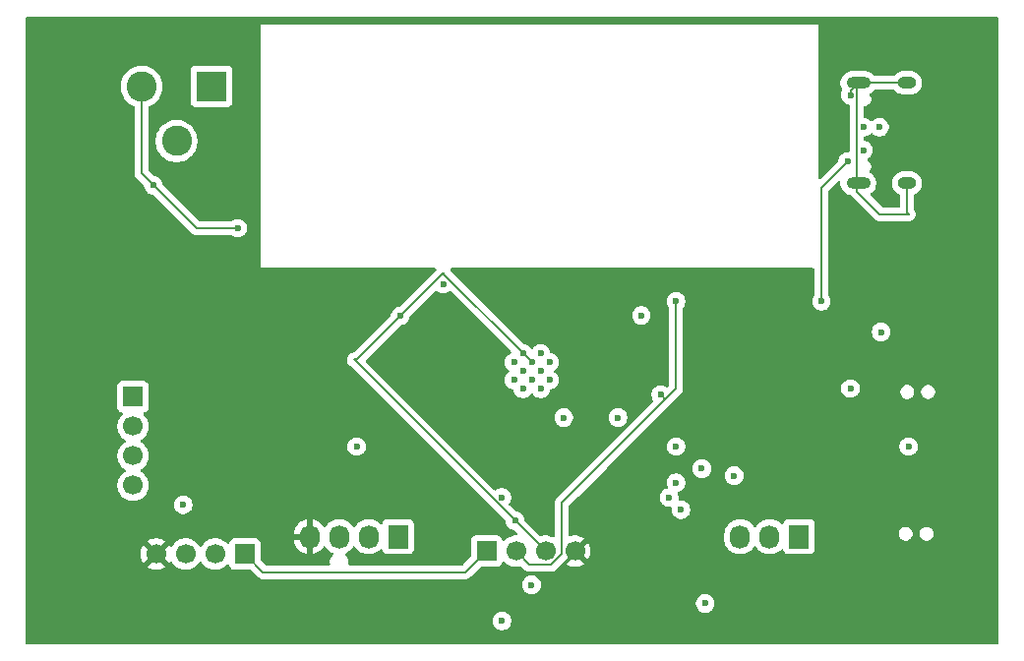
<source format=gbr>
%TF.GenerationSoftware,KiCad,Pcbnew,9.0.2*%
%TF.CreationDate,2025-07-02T17:03:22+05:30*%
%TF.ProjectId,ESP32-RoboCore V1,45535033-322d-4526-9f62-6f436f726520,rev?*%
%TF.SameCoordinates,Original*%
%TF.FileFunction,Copper,L3,Inr*%
%TF.FilePolarity,Positive*%
%FSLAX46Y46*%
G04 Gerber Fmt 4.6, Leading zero omitted, Abs format (unit mm)*
G04 Created by KiCad (PCBNEW 9.0.2) date 2025-07-02 17:03:22*
%MOMM*%
%LPD*%
G01*
G04 APERTURE LIST*
%TA.AperFunction,HeatsinkPad*%
%ADD10C,0.600000*%
%TD*%
%TA.AperFunction,ComponentPad*%
%ADD11R,1.730000X2.030000*%
%TD*%
%TA.AperFunction,ComponentPad*%
%ADD12O,1.730000X2.030000*%
%TD*%
%TA.AperFunction,ComponentPad*%
%ADD13R,1.700000X1.700000*%
%TD*%
%TA.AperFunction,ComponentPad*%
%ADD14C,1.700000*%
%TD*%
%TA.AperFunction,HeatsinkPad*%
%ADD15O,2.100000X1.000000*%
%TD*%
%TA.AperFunction,HeatsinkPad*%
%ADD16O,1.600000X1.000000*%
%TD*%
%TA.AperFunction,ComponentPad*%
%ADD17R,2.600000X2.600000*%
%TD*%
%TA.AperFunction,ComponentPad*%
%ADD18C,2.600000*%
%TD*%
%TA.AperFunction,ViaPad*%
%ADD19C,0.600000*%
%TD*%
%TA.AperFunction,Conductor*%
%ADD20C,0.200000*%
%TD*%
G04 APERTURE END LIST*
D10*
%TO.N,GND*%
%TO.C,U1*%
X86595000Y-51772500D03*
X86595000Y-50247500D03*
X85832500Y-52535000D03*
X85832500Y-51010000D03*
X85832500Y-49485000D03*
X85070000Y-51772500D03*
X85070000Y-50247500D03*
X84307500Y-52535000D03*
X84307500Y-51010000D03*
X84307500Y-49485000D03*
X83545000Y-51772500D03*
X83545000Y-50247500D03*
%TD*%
D11*
%TO.N,Net-(J3-Pin_1)*%
%TO.C,J3*%
X108080000Y-65250000D03*
D12*
%TO.N,Net-(J3-Pin_2)*%
X105540000Y-65250000D03*
%TO.N,GND*%
X103000000Y-65250000D03*
%TD*%
D13*
%TO.N,/IO21*%
%TO.C,J6*%
X60370000Y-66750000D03*
D14*
%TO.N,/IO22*%
X57830000Y-66750000D03*
%TO.N,GND*%
X55290000Y-66750000D03*
%TO.N,/+3.3v*%
X52750000Y-66750000D03*
%TD*%
D15*
%TO.N,GND*%
%TO.C,J1*%
X113180000Y-34820000D03*
D16*
X117360000Y-34820000D03*
D15*
X113180000Y-26180000D03*
D16*
X117360000Y-26180000D03*
%TD*%
D17*
%TO.N,Net-(U3-VIN)*%
%TO.C,J2*%
X57500000Y-26500000D03*
D18*
%TO.N,GND*%
X51500000Y-26500000D03*
%TO.N,N/C*%
X54500000Y-31200000D03*
%TD*%
D13*
%TO.N,Net-(J5-Pin_1)*%
%TO.C,J5*%
X50750000Y-53210000D03*
D14*
%TO.N,Net-(J5-Pin_2)*%
X50750000Y-55750000D03*
%TO.N,Net-(J5-Pin_3)*%
X50750000Y-58290000D03*
%TO.N,Net-(J5-Pin_4)*%
X50750000Y-60830000D03*
%TD*%
D11*
%TO.N,Net-(J4-Pin_1)*%
%TO.C,J4*%
X73580000Y-65250000D03*
D12*
%TO.N,Net-(J4-Pin_2)*%
X71040000Y-65250000D03*
%TO.N,GND*%
X68500000Y-65250000D03*
%TO.N,/+3.3v*%
X65960000Y-65250000D03*
%TD*%
D13*
%TO.N,/IO21*%
%TO.C,J7*%
X81170000Y-66500000D03*
D14*
%TO.N,/IO22*%
X83710000Y-66500000D03*
%TO.N,GND*%
X86250000Y-66500000D03*
%TO.N,/+3.3v*%
X88790000Y-66500000D03*
%TD*%
D19*
%TO.N,Net-(U1-EN)*%
X115136765Y-47636765D03*
X70000000Y-57500000D03*
%TO.N,Net-(U1-SHD{slash}SD2)*%
X102500000Y-60000000D03*
X82500000Y-61881000D03*
%TO.N,Net-(U1-EN)*%
X117500000Y-57500000D03*
X112500000Y-52500000D03*
%TO.N,/IO22*%
X82500000Y-72500000D03*
X97500000Y-45000000D03*
X94500000Y-46210000D03*
X96174800Y-53020400D03*
%TO.N,Net-(J4-Pin_1)*%
X87819700Y-55001000D03*
X92500000Y-55001000D03*
%TO.N,Net-(J3-Pin_1)*%
X96900000Y-61881000D03*
%TO.N,Net-(J3-Pin_2)*%
X97500000Y-57500000D03*
X97500000Y-60600000D03*
X97911000Y-62922900D03*
%TO.N,Net-(J1-CC1)*%
X115000000Y-30000000D03*
X113634000Y-31982500D03*
%TO.N,Net-(U4-VCC)*%
X113634000Y-30000000D03*
X112265000Y-32950000D03*
X110000000Y-45000000D03*
%TO.N,GND*%
X59750000Y-38700000D03*
X99709500Y-59400000D03*
X112500000Y-27250000D03*
X52500000Y-35000000D03*
X55075000Y-62500000D03*
X83625000Y-63875000D03*
X85058800Y-69400000D03*
X100000000Y-71001000D03*
X73750000Y-46250000D03*
X77451000Y-43519000D03*
%TO.N,/+3.3v*%
X90000000Y-69801000D03*
X58500000Y-61849000D03*
X105000000Y-55000000D03*
X117225000Y-43135000D03*
X60000000Y-52500000D03*
X52422200Y-62324000D03*
X100460700Y-53298100D03*
%TD*%
D20*
%TO.N,/IO21*%
X79359000Y-68311000D02*
X81170000Y-66500000D01*
X61931000Y-68311000D02*
X79359000Y-68311000D01*
X60370000Y-66750000D02*
X61931000Y-68311000D01*
%TO.N,/IO22*%
X87639000Y-62361000D02*
X96577200Y-53422800D01*
X87639000Y-66738800D02*
X87639000Y-62361000D01*
X86726800Y-67651000D02*
X87639000Y-66738800D01*
X84861000Y-67651000D02*
X86726800Y-67651000D01*
X83710000Y-66500000D02*
X84861000Y-67651000D01*
X97500000Y-52500000D02*
X97500000Y-45000000D01*
X96577200Y-53422800D02*
X97500000Y-52500000D01*
X96174800Y-53020400D02*
X96577200Y-53422800D01*
%TO.N,Net-(U4-VCC)*%
X110000000Y-35215000D02*
X110000000Y-45000000D01*
X112265000Y-32950000D02*
X110000000Y-35215000D01*
%TO.N,GND*%
X86250000Y-66500000D02*
X83625000Y-63875000D01*
X51500000Y-34000000D02*
X52500000Y-35000000D01*
X51500000Y-26500000D02*
X51500000Y-34000000D01*
X113180000Y-26180000D02*
X113034000Y-26326000D01*
X56200000Y-38700000D02*
X59750000Y-38700000D01*
X52500000Y-35000000D02*
X56200000Y-38700000D01*
X117360000Y-37360000D02*
X117360000Y-34820000D01*
X117500000Y-37500000D02*
X117360000Y-37360000D01*
X115000000Y-37500000D02*
X117500000Y-37500000D01*
X113034000Y-35534000D02*
X115000000Y-37500000D01*
X113034000Y-26326000D02*
X113034000Y-35534000D01*
X117360000Y-26180000D02*
X113180000Y-26180000D01*
X69750000Y-50000000D02*
X83625000Y-63875000D01*
X70000000Y-50000000D02*
X69750000Y-50000000D01*
X73750000Y-46250000D02*
X70000000Y-50000000D01*
X113180000Y-26180000D02*
X113034000Y-26326000D01*
X112500000Y-26860000D02*
X112500000Y-27250000D01*
X113034000Y-26326000D02*
X112500000Y-26860000D01*
X85070000Y-50247500D02*
X84307500Y-49485000D01*
X77500000Y-42500000D02*
X73750000Y-46250000D01*
X77500000Y-42677500D02*
X77500000Y-42500000D01*
X84307500Y-49485000D02*
X77500000Y-42677500D01*
%TO.N,/+3.3v*%
X54250000Y-65250000D02*
X52750000Y-66750000D01*
X65960000Y-65250000D02*
X54250000Y-65250000D01*
%TD*%
%TA.AperFunction,Conductor*%
%TO.N,/+3.3v*%
G36*
X125193039Y-20519685D02*
G01*
X125238794Y-20572489D01*
X125250000Y-20624000D01*
X125250000Y-74376000D01*
X125230315Y-74443039D01*
X125177511Y-74488794D01*
X125126000Y-74500000D01*
X41624000Y-74500000D01*
X41556961Y-74480315D01*
X41511206Y-74427511D01*
X41500000Y-74376000D01*
X41500000Y-72421153D01*
X81699500Y-72421153D01*
X81699500Y-72578846D01*
X81730261Y-72733489D01*
X81730264Y-72733501D01*
X81790602Y-72879172D01*
X81790609Y-72879185D01*
X81878210Y-73010288D01*
X81878213Y-73010292D01*
X81989707Y-73121786D01*
X81989711Y-73121789D01*
X82120814Y-73209390D01*
X82120827Y-73209397D01*
X82266498Y-73269735D01*
X82266503Y-73269737D01*
X82421153Y-73300499D01*
X82421156Y-73300500D01*
X82421158Y-73300500D01*
X82578844Y-73300500D01*
X82578845Y-73300499D01*
X82733497Y-73269737D01*
X82879179Y-73209394D01*
X83010289Y-73121789D01*
X83121789Y-73010289D01*
X83209394Y-72879179D01*
X83269737Y-72733497D01*
X83300500Y-72578842D01*
X83300500Y-72421158D01*
X83300500Y-72421155D01*
X83300499Y-72421153D01*
X83269738Y-72266510D01*
X83269737Y-72266503D01*
X83269735Y-72266498D01*
X83209397Y-72120827D01*
X83209390Y-72120814D01*
X83121789Y-71989711D01*
X83121786Y-71989707D01*
X83010292Y-71878213D01*
X83010288Y-71878210D01*
X82879185Y-71790609D01*
X82879172Y-71790602D01*
X82733501Y-71730264D01*
X82733489Y-71730261D01*
X82578845Y-71699500D01*
X82578842Y-71699500D01*
X82421158Y-71699500D01*
X82421155Y-71699500D01*
X82266510Y-71730261D01*
X82266498Y-71730264D01*
X82120827Y-71790602D01*
X82120814Y-71790609D01*
X81989711Y-71878210D01*
X81989707Y-71878213D01*
X81878213Y-71989707D01*
X81878210Y-71989711D01*
X81790609Y-72120814D01*
X81790602Y-72120827D01*
X81730264Y-72266498D01*
X81730261Y-72266510D01*
X81699500Y-72421153D01*
X41500000Y-72421153D01*
X41500000Y-70922153D01*
X99199500Y-70922153D01*
X99199500Y-71079846D01*
X99230261Y-71234489D01*
X99230264Y-71234501D01*
X99290602Y-71380172D01*
X99290609Y-71380185D01*
X99378210Y-71511288D01*
X99378213Y-71511292D01*
X99489707Y-71622786D01*
X99489711Y-71622789D01*
X99620814Y-71710390D01*
X99620827Y-71710397D01*
X99766498Y-71770735D01*
X99766503Y-71770737D01*
X99866391Y-71790606D01*
X99921153Y-71801499D01*
X99921156Y-71801500D01*
X99921158Y-71801500D01*
X100078844Y-71801500D01*
X100078845Y-71801499D01*
X100233497Y-71770737D01*
X100379179Y-71710394D01*
X100510289Y-71622789D01*
X100621789Y-71511289D01*
X100709394Y-71380179D01*
X100769737Y-71234497D01*
X100800500Y-71079842D01*
X100800500Y-70922158D01*
X100800500Y-70922155D01*
X100800499Y-70922153D01*
X100769738Y-70767510D01*
X100769737Y-70767503D01*
X100769735Y-70767498D01*
X100709397Y-70621827D01*
X100709390Y-70621814D01*
X100621789Y-70490711D01*
X100621786Y-70490707D01*
X100510292Y-70379213D01*
X100510288Y-70379210D01*
X100379185Y-70291609D01*
X100379172Y-70291602D01*
X100233501Y-70231264D01*
X100233489Y-70231261D01*
X100078845Y-70200500D01*
X100078842Y-70200500D01*
X99921158Y-70200500D01*
X99921155Y-70200500D01*
X99766510Y-70231261D01*
X99766498Y-70231264D01*
X99620827Y-70291602D01*
X99620814Y-70291609D01*
X99489711Y-70379210D01*
X99489707Y-70379213D01*
X99378213Y-70490707D01*
X99378210Y-70490711D01*
X99290609Y-70621814D01*
X99290602Y-70621827D01*
X99230264Y-70767498D01*
X99230261Y-70767510D01*
X99199500Y-70922153D01*
X41500000Y-70922153D01*
X41500000Y-69321153D01*
X84258300Y-69321153D01*
X84258300Y-69478846D01*
X84289061Y-69633489D01*
X84289064Y-69633501D01*
X84349402Y-69779172D01*
X84349409Y-69779185D01*
X84437010Y-69910288D01*
X84437013Y-69910292D01*
X84548507Y-70021786D01*
X84548511Y-70021789D01*
X84679614Y-70109390D01*
X84679627Y-70109397D01*
X84825298Y-70169735D01*
X84825303Y-70169737D01*
X84979953Y-70200499D01*
X84979956Y-70200500D01*
X84979958Y-70200500D01*
X85137644Y-70200500D01*
X85137645Y-70200499D01*
X85292297Y-70169737D01*
X85437979Y-70109394D01*
X85569089Y-70021789D01*
X85680589Y-69910289D01*
X85768194Y-69779179D01*
X85828537Y-69633497D01*
X85859300Y-69478842D01*
X85859300Y-69321158D01*
X85859300Y-69321155D01*
X85859299Y-69321153D01*
X85828538Y-69166510D01*
X85828537Y-69166503D01*
X85828535Y-69166498D01*
X85768197Y-69020827D01*
X85768190Y-69020814D01*
X85680589Y-68889711D01*
X85680586Y-68889707D01*
X85569092Y-68778213D01*
X85569088Y-68778210D01*
X85437985Y-68690609D01*
X85437972Y-68690602D01*
X85292301Y-68630264D01*
X85292289Y-68630261D01*
X85137645Y-68599500D01*
X85137642Y-68599500D01*
X84979958Y-68599500D01*
X84979955Y-68599500D01*
X84825310Y-68630261D01*
X84825298Y-68630264D01*
X84679627Y-68690602D01*
X84679614Y-68690609D01*
X84548511Y-68778210D01*
X84548507Y-68778213D01*
X84437013Y-68889707D01*
X84437010Y-68889711D01*
X84349409Y-69020814D01*
X84349402Y-69020827D01*
X84289064Y-69166498D01*
X84289061Y-69166510D01*
X84258300Y-69321153D01*
X41500000Y-69321153D01*
X41500000Y-66643753D01*
X51400000Y-66643753D01*
X51400000Y-66856246D01*
X51433242Y-67066127D01*
X51433242Y-67066130D01*
X51498904Y-67268217D01*
X51595375Y-67457550D01*
X51634728Y-67511716D01*
X52267037Y-66879408D01*
X52284075Y-66942993D01*
X52349901Y-67057007D01*
X52442993Y-67150099D01*
X52557007Y-67215925D01*
X52620590Y-67232962D01*
X51988282Y-67865269D01*
X51988282Y-67865270D01*
X52042449Y-67904624D01*
X52231782Y-68001095D01*
X52433870Y-68066757D01*
X52643754Y-68100000D01*
X52856246Y-68100000D01*
X53066127Y-68066757D01*
X53066130Y-68066757D01*
X53268217Y-68001095D01*
X53457554Y-67904622D01*
X53511716Y-67865270D01*
X53511717Y-67865270D01*
X52879408Y-67232962D01*
X52942993Y-67215925D01*
X53057007Y-67150099D01*
X53150099Y-67057007D01*
X53215925Y-66942993D01*
X53232962Y-66879408D01*
X53865270Y-67511717D01*
X53865270Y-67511716D01*
X53904622Y-67457555D01*
X53909232Y-67448507D01*
X53957205Y-67397709D01*
X54025025Y-67380912D01*
X54091161Y-67403447D01*
X54130204Y-67448504D01*
X54134949Y-67457817D01*
X54259890Y-67629786D01*
X54410213Y-67780109D01*
X54582179Y-67905048D01*
X54582181Y-67905049D01*
X54582184Y-67905051D01*
X54771588Y-68001557D01*
X54973757Y-68067246D01*
X55183713Y-68100500D01*
X55183714Y-68100500D01*
X55396286Y-68100500D01*
X55396287Y-68100500D01*
X55606243Y-68067246D01*
X55808412Y-68001557D01*
X55997816Y-67905051D01*
X56052572Y-67865269D01*
X56169786Y-67780109D01*
X56169788Y-67780106D01*
X56169792Y-67780104D01*
X56320104Y-67629792D01*
X56320106Y-67629788D01*
X56320109Y-67629786D01*
X56445048Y-67457820D01*
X56445050Y-67457817D01*
X56445051Y-67457816D01*
X56449514Y-67449054D01*
X56497488Y-67398259D01*
X56565308Y-67381463D01*
X56631444Y-67403999D01*
X56670486Y-67449056D01*
X56674951Y-67457820D01*
X56799890Y-67629786D01*
X56950213Y-67780109D01*
X57122179Y-67905048D01*
X57122181Y-67905049D01*
X57122184Y-67905051D01*
X57311588Y-68001557D01*
X57513757Y-68067246D01*
X57723713Y-68100500D01*
X57723714Y-68100500D01*
X57936286Y-68100500D01*
X57936287Y-68100500D01*
X58146243Y-68067246D01*
X58348412Y-68001557D01*
X58537816Y-67905051D01*
X58624147Y-67842328D01*
X58709784Y-67780110D01*
X58709784Y-67780109D01*
X58709792Y-67780104D01*
X58823329Y-67666566D01*
X58884648Y-67633084D01*
X58954340Y-67638068D01*
X59010274Y-67679939D01*
X59027189Y-67710917D01*
X59076202Y-67842328D01*
X59076206Y-67842335D01*
X59162452Y-67957544D01*
X59162455Y-67957547D01*
X59277664Y-68043793D01*
X59277671Y-68043797D01*
X59412517Y-68094091D01*
X59412516Y-68094091D01*
X59419444Y-68094835D01*
X59472127Y-68100500D01*
X60819902Y-68100499D01*
X60886941Y-68120184D01*
X60907583Y-68136818D01*
X61446139Y-68675374D01*
X61446149Y-68675385D01*
X61450479Y-68679715D01*
X61450480Y-68679716D01*
X61562284Y-68791520D01*
X61562286Y-68791521D01*
X61562290Y-68791524D01*
X61699209Y-68870573D01*
X61699216Y-68870577D01*
X61811019Y-68900534D01*
X61851942Y-68911500D01*
X61851943Y-68911500D01*
X79272331Y-68911500D01*
X79272347Y-68911501D01*
X79279943Y-68911501D01*
X79438054Y-68911501D01*
X79438057Y-68911501D01*
X79590785Y-68870577D01*
X79640904Y-68841639D01*
X79727716Y-68791520D01*
X79839520Y-68679716D01*
X79839520Y-68679714D01*
X79849728Y-68669507D01*
X79849730Y-68669504D01*
X80632416Y-67886818D01*
X80693739Y-67853333D01*
X80720097Y-67850499D01*
X82067871Y-67850499D01*
X82067872Y-67850499D01*
X82127483Y-67844091D01*
X82262331Y-67793796D01*
X82377546Y-67707546D01*
X82463796Y-67592331D01*
X82512810Y-67460916D01*
X82554681Y-67404984D01*
X82620145Y-67380566D01*
X82688418Y-67395417D01*
X82716673Y-67416569D01*
X82830213Y-67530109D01*
X83002179Y-67655048D01*
X83002181Y-67655049D01*
X83002184Y-67655051D01*
X83191588Y-67751557D01*
X83393757Y-67817246D01*
X83603713Y-67850500D01*
X83603714Y-67850500D01*
X83816286Y-67850500D01*
X83816287Y-67850500D01*
X84026243Y-67817246D01*
X84068523Y-67803507D01*
X84138362Y-67801511D01*
X84194522Y-67833757D01*
X84376139Y-68015374D01*
X84376149Y-68015385D01*
X84380479Y-68019715D01*
X84380480Y-68019716D01*
X84492284Y-68131520D01*
X84575799Y-68179737D01*
X84575800Y-68179738D01*
X84629209Y-68210574D01*
X84629210Y-68210575D01*
X84629212Y-68210575D01*
X84629215Y-68210577D01*
X84781943Y-68251501D01*
X84781946Y-68251501D01*
X84947654Y-68251501D01*
X84947670Y-68251500D01*
X86640131Y-68251500D01*
X86640147Y-68251501D01*
X86647743Y-68251501D01*
X86805854Y-68251501D01*
X86805857Y-68251501D01*
X86958585Y-68210577D01*
X86958587Y-68210575D01*
X86958589Y-68210575D01*
X86958590Y-68210574D01*
X87012000Y-68179738D01*
X87012001Y-68179737D01*
X87095516Y-68131520D01*
X87207320Y-68019716D01*
X87207320Y-68019714D01*
X87217524Y-68009511D01*
X87217527Y-68009506D01*
X88119520Y-67107516D01*
X88198577Y-66970584D01*
X88239501Y-66817857D01*
X88239501Y-66748307D01*
X88259186Y-66681268D01*
X88275820Y-66660626D01*
X88307037Y-66629408D01*
X88324075Y-66692993D01*
X88389901Y-66807007D01*
X88482993Y-66900099D01*
X88597007Y-66965925D01*
X88660590Y-66982962D01*
X88028282Y-67615269D01*
X88028282Y-67615270D01*
X88082449Y-67654624D01*
X88271782Y-67751095D01*
X88473870Y-67816757D01*
X88683754Y-67850000D01*
X88896246Y-67850000D01*
X89106127Y-67816757D01*
X89106130Y-67816757D01*
X89308217Y-67751095D01*
X89497554Y-67654622D01*
X89551716Y-67615270D01*
X89551717Y-67615270D01*
X88919408Y-66982962D01*
X88982993Y-66965925D01*
X89097007Y-66900099D01*
X89190099Y-66807007D01*
X89255925Y-66692993D01*
X89272962Y-66629408D01*
X89905270Y-67261717D01*
X89905270Y-67261716D01*
X89944622Y-67207554D01*
X90041095Y-67018217D01*
X90106757Y-66816130D01*
X90106757Y-66816127D01*
X90140000Y-66606246D01*
X90140000Y-66393753D01*
X90106757Y-66183872D01*
X90106757Y-66183869D01*
X90041095Y-65981782D01*
X89944624Y-65792449D01*
X89905270Y-65738282D01*
X89905269Y-65738282D01*
X89272962Y-66370590D01*
X89255925Y-66307007D01*
X89190099Y-66192993D01*
X89097007Y-66099901D01*
X88982993Y-66034075D01*
X88919408Y-66017037D01*
X89551716Y-65384728D01*
X89497550Y-65345375D01*
X89308217Y-65248904D01*
X89106129Y-65183242D01*
X88896246Y-65150000D01*
X88683754Y-65150000D01*
X88473872Y-65183242D01*
X88473865Y-65183243D01*
X88401817Y-65206653D01*
X88373698Y-65207456D01*
X88345853Y-65211460D01*
X88339241Y-65208440D01*
X88331976Y-65208648D01*
X88307886Y-65194121D01*
X88282297Y-65182435D01*
X88278367Y-65176320D01*
X88272143Y-65172567D01*
X88259730Y-65147320D01*
X88244523Y-65123657D01*
X88243046Y-65113384D01*
X88241316Y-65109866D01*
X88239500Y-65088722D01*
X88239500Y-64992533D01*
X101634500Y-64992533D01*
X101634500Y-65507467D01*
X101649235Y-65600499D01*
X101668124Y-65719756D01*
X101668124Y-65719759D01*
X101734540Y-65924167D01*
X101734541Y-65924170D01*
X101822684Y-66097159D01*
X101832120Y-66115678D01*
X101958455Y-66289563D01*
X102110437Y-66441545D01*
X102284322Y-66567880D01*
X102359620Y-66606246D01*
X102475829Y-66665458D01*
X102475832Y-66665459D01*
X102666494Y-66727408D01*
X102680245Y-66731876D01*
X102892533Y-66765500D01*
X102892534Y-66765500D01*
X103107466Y-66765500D01*
X103107467Y-66765500D01*
X103319755Y-66731876D01*
X103319758Y-66731875D01*
X103319759Y-66731875D01*
X103524167Y-66665459D01*
X103524170Y-66665458D01*
X103535396Y-66659738D01*
X103715678Y-66567880D01*
X103889563Y-66441545D01*
X104041545Y-66289563D01*
X104167880Y-66115678D01*
X104167879Y-66115678D01*
X104169682Y-66113198D01*
X104225012Y-66070532D01*
X104294625Y-66064553D01*
X104356420Y-66097159D01*
X104370318Y-66113198D01*
X104469711Y-66250000D01*
X104498455Y-66289563D01*
X104650437Y-66441545D01*
X104824322Y-66567880D01*
X104899620Y-66606246D01*
X105015829Y-66665458D01*
X105015832Y-66665459D01*
X105206494Y-66727408D01*
X105220245Y-66731876D01*
X105432533Y-66765500D01*
X105432534Y-66765500D01*
X105647466Y-66765500D01*
X105647467Y-66765500D01*
X105859755Y-66731876D01*
X105859758Y-66731875D01*
X105859759Y-66731875D01*
X106064167Y-66665459D01*
X106064170Y-66665458D01*
X106075396Y-66659738D01*
X106255678Y-66567880D01*
X106429563Y-66441545D01*
X106524092Y-66347015D01*
X106585411Y-66313533D01*
X106655103Y-66318517D01*
X106711037Y-66360388D01*
X106727952Y-66391366D01*
X106771202Y-66507328D01*
X106771206Y-66507335D01*
X106857452Y-66622544D01*
X106857455Y-66622547D01*
X106972664Y-66708793D01*
X106972671Y-66708797D01*
X107107517Y-66759091D01*
X107107516Y-66759091D01*
X107114444Y-66759835D01*
X107167127Y-66765500D01*
X108992872Y-66765499D01*
X109052483Y-66759091D01*
X109187331Y-66708796D01*
X109302546Y-66622546D01*
X109388796Y-66507331D01*
X109439091Y-66372483D01*
X109445500Y-66312873D01*
X109445499Y-64920943D01*
X116649500Y-64920943D01*
X116649500Y-65079057D01*
X116687259Y-65219973D01*
X116690423Y-65231783D01*
X116690426Y-65231790D01*
X116769475Y-65368709D01*
X116769479Y-65368714D01*
X116769480Y-65368716D01*
X116881284Y-65480520D01*
X116881286Y-65480521D01*
X116881290Y-65480524D01*
X116988667Y-65542517D01*
X117018216Y-65559577D01*
X117170943Y-65600500D01*
X117170945Y-65600500D01*
X117329055Y-65600500D01*
X117329057Y-65600500D01*
X117481784Y-65559577D01*
X117618716Y-65480520D01*
X117730520Y-65368716D01*
X117809577Y-65231784D01*
X117850500Y-65079057D01*
X117850500Y-64920943D01*
X118449500Y-64920943D01*
X118449500Y-65079057D01*
X118487259Y-65219973D01*
X118490423Y-65231783D01*
X118490426Y-65231790D01*
X118569475Y-65368709D01*
X118569479Y-65368714D01*
X118569480Y-65368716D01*
X118681284Y-65480520D01*
X118681286Y-65480521D01*
X118681290Y-65480524D01*
X118788667Y-65542517D01*
X118818216Y-65559577D01*
X118970943Y-65600500D01*
X118970945Y-65600500D01*
X119129055Y-65600500D01*
X119129057Y-65600500D01*
X119281784Y-65559577D01*
X119418716Y-65480520D01*
X119530520Y-65368716D01*
X119609577Y-65231784D01*
X119650500Y-65079057D01*
X119650500Y-64920943D01*
X119609577Y-64768216D01*
X119593287Y-64740000D01*
X119530524Y-64631290D01*
X119530518Y-64631282D01*
X119418717Y-64519481D01*
X119418709Y-64519475D01*
X119281790Y-64440426D01*
X119281786Y-64440424D01*
X119281784Y-64440423D01*
X119129057Y-64399500D01*
X118970943Y-64399500D01*
X118818216Y-64440423D01*
X118818209Y-64440426D01*
X118681290Y-64519475D01*
X118681282Y-64519481D01*
X118569481Y-64631282D01*
X118569475Y-64631290D01*
X118490426Y-64768209D01*
X118490423Y-64768216D01*
X118449500Y-64920943D01*
X117850500Y-64920943D01*
X117809577Y-64768216D01*
X117793287Y-64740000D01*
X117730524Y-64631290D01*
X117730518Y-64631282D01*
X117618717Y-64519481D01*
X117618709Y-64519475D01*
X117481790Y-64440426D01*
X117481786Y-64440424D01*
X117481784Y-64440423D01*
X117329057Y-64399500D01*
X117170943Y-64399500D01*
X117018216Y-64440423D01*
X117018209Y-64440426D01*
X116881290Y-64519475D01*
X116881282Y-64519481D01*
X116769481Y-64631282D01*
X116769475Y-64631290D01*
X116690426Y-64768209D01*
X116690423Y-64768216D01*
X116649500Y-64920943D01*
X109445499Y-64920943D01*
X109445499Y-64187128D01*
X109439091Y-64127517D01*
X109431998Y-64108501D01*
X109388797Y-63992671D01*
X109388793Y-63992664D01*
X109302547Y-63877455D01*
X109302544Y-63877452D01*
X109187335Y-63791206D01*
X109187328Y-63791202D01*
X109052482Y-63740908D01*
X109052483Y-63740908D01*
X108992883Y-63734501D01*
X108992881Y-63734500D01*
X108992873Y-63734500D01*
X108992864Y-63734500D01*
X107167129Y-63734500D01*
X107167123Y-63734501D01*
X107107516Y-63740908D01*
X106972671Y-63791202D01*
X106972664Y-63791206D01*
X106857455Y-63877452D01*
X106857452Y-63877455D01*
X106771206Y-63992664D01*
X106771202Y-63992671D01*
X106727952Y-64108633D01*
X106686081Y-64164567D01*
X106620617Y-64188984D01*
X106552344Y-64174133D01*
X106524089Y-64152981D01*
X106429565Y-64058457D01*
X106429563Y-64058455D01*
X106255678Y-63932120D01*
X106064170Y-63834541D01*
X106064167Y-63834540D01*
X105859757Y-63768124D01*
X105718229Y-63745708D01*
X105647467Y-63734500D01*
X105432533Y-63734500D01*
X105361770Y-63745708D01*
X105220243Y-63768124D01*
X105220240Y-63768124D01*
X105015832Y-63834540D01*
X105015829Y-63834541D01*
X104824321Y-63932120D01*
X104740981Y-63992671D01*
X104650437Y-64058455D01*
X104650435Y-64058457D01*
X104650434Y-64058457D01*
X104498457Y-64210434D01*
X104498457Y-64210435D01*
X104498455Y-64210437D01*
X104401023Y-64344539D01*
X104370318Y-64386802D01*
X104314988Y-64429467D01*
X104245374Y-64435446D01*
X104183579Y-64402840D01*
X104169682Y-64386802D01*
X104156836Y-64369121D01*
X104041545Y-64210437D01*
X103889563Y-64058455D01*
X103715678Y-63932120D01*
X103524170Y-63834541D01*
X103524167Y-63834540D01*
X103319757Y-63768124D01*
X103178229Y-63745708D01*
X103107467Y-63734500D01*
X102892533Y-63734500D01*
X102821770Y-63745708D01*
X102680243Y-63768124D01*
X102680240Y-63768124D01*
X102475832Y-63834540D01*
X102475829Y-63834541D01*
X102284321Y-63932120D01*
X102200981Y-63992671D01*
X102110437Y-64058455D01*
X102110435Y-64058457D01*
X102110434Y-64058457D01*
X101958457Y-64210434D01*
X101958457Y-64210435D01*
X101958455Y-64210437D01*
X101926680Y-64254172D01*
X101832120Y-64384321D01*
X101734541Y-64575829D01*
X101734540Y-64575832D01*
X101668124Y-64780240D01*
X101668124Y-64780243D01*
X101658359Y-64841898D01*
X101634500Y-64992533D01*
X88239500Y-64992533D01*
X88239500Y-62661097D01*
X88259185Y-62594058D01*
X88275819Y-62573416D01*
X89047082Y-61802153D01*
X96099500Y-61802153D01*
X96099500Y-61959846D01*
X96130261Y-62114489D01*
X96130264Y-62114501D01*
X96190602Y-62260172D01*
X96190609Y-62260185D01*
X96278210Y-62391288D01*
X96278213Y-62391292D01*
X96389707Y-62502786D01*
X96389711Y-62502789D01*
X96520814Y-62590390D01*
X96520827Y-62590397D01*
X96637795Y-62638846D01*
X96666503Y-62650737D01*
X96820726Y-62681414D01*
X96821153Y-62681499D01*
X96821156Y-62681500D01*
X96821158Y-62681500D01*
X96978844Y-62681500D01*
X96979717Y-62681414D01*
X96980171Y-62681500D01*
X96984934Y-62681500D01*
X96984934Y-62682403D01*
X97048364Y-62694430D01*
X97099076Y-62742493D01*
X97115753Y-62810343D01*
X97113494Y-62829006D01*
X97110500Y-62844058D01*
X97110500Y-63001746D01*
X97141261Y-63156389D01*
X97141264Y-63156401D01*
X97201602Y-63302072D01*
X97201609Y-63302085D01*
X97289210Y-63433188D01*
X97289213Y-63433192D01*
X97400707Y-63544686D01*
X97400711Y-63544689D01*
X97531814Y-63632290D01*
X97531827Y-63632297D01*
X97677498Y-63692635D01*
X97677503Y-63692637D01*
X97832153Y-63723399D01*
X97832156Y-63723400D01*
X97832158Y-63723400D01*
X97989844Y-63723400D01*
X97989845Y-63723399D01*
X98144497Y-63692637D01*
X98257166Y-63645967D01*
X98290172Y-63632297D01*
X98290172Y-63632296D01*
X98290179Y-63632294D01*
X98421289Y-63544689D01*
X98532789Y-63433189D01*
X98620394Y-63302079D01*
X98621049Y-63300499D01*
X98676921Y-63165609D01*
X98680737Y-63156397D01*
X98711500Y-63001742D01*
X98711500Y-62844058D01*
X98711500Y-62844055D01*
X98711499Y-62844053D01*
X98691297Y-62742493D01*
X98680737Y-62689403D01*
X98677838Y-62682403D01*
X98620397Y-62543727D01*
X98620390Y-62543714D01*
X98532789Y-62412611D01*
X98532786Y-62412607D01*
X98421292Y-62301113D01*
X98421288Y-62301110D01*
X98290185Y-62213509D01*
X98290172Y-62213502D01*
X98144501Y-62153164D01*
X98144489Y-62153161D01*
X97989845Y-62122400D01*
X97989842Y-62122400D01*
X97832158Y-62122400D01*
X97832147Y-62122400D01*
X97831263Y-62122487D01*
X97830805Y-62122400D01*
X97826066Y-62122400D01*
X97826066Y-62121500D01*
X97762618Y-62109460D01*
X97711913Y-62061390D01*
X97695247Y-61993537D01*
X97697506Y-61974892D01*
X97700500Y-61959842D01*
X97700500Y-61802158D01*
X97700500Y-61802155D01*
X97700499Y-61802153D01*
X97669738Y-61647510D01*
X97669737Y-61647503D01*
X97626114Y-61542188D01*
X97618646Y-61472722D01*
X97649921Y-61410242D01*
X97710010Y-61374590D01*
X97716468Y-61373124D01*
X97733497Y-61369737D01*
X97879179Y-61309394D01*
X98010289Y-61221789D01*
X98121789Y-61110289D01*
X98209394Y-60979179D01*
X98269737Y-60833497D01*
X98300500Y-60678842D01*
X98300500Y-60521158D01*
X98300500Y-60521155D01*
X98300499Y-60521153D01*
X98298338Y-60510288D01*
X98269737Y-60366503D01*
X98246991Y-60311588D01*
X98209397Y-60220827D01*
X98209390Y-60220814D01*
X98121789Y-60089711D01*
X98121786Y-60089707D01*
X98010292Y-59978213D01*
X98010288Y-59978210D01*
X97879185Y-59890609D01*
X97879172Y-59890602D01*
X97733501Y-59830264D01*
X97733489Y-59830261D01*
X97578845Y-59799500D01*
X97578842Y-59799500D01*
X97421158Y-59799500D01*
X97421155Y-59799500D01*
X97266510Y-59830261D01*
X97266498Y-59830264D01*
X97120827Y-59890602D01*
X97120814Y-59890609D01*
X96989711Y-59978210D01*
X96989707Y-59978213D01*
X96878213Y-60089707D01*
X96878210Y-60089711D01*
X96790609Y-60220814D01*
X96790602Y-60220827D01*
X96730264Y-60366498D01*
X96730261Y-60366510D01*
X96699500Y-60521153D01*
X96699500Y-60678846D01*
X96730261Y-60833489D01*
X96730264Y-60833501D01*
X96773884Y-60938809D01*
X96781353Y-61008278D01*
X96750078Y-61070757D01*
X96689989Y-61106409D01*
X96683518Y-61107878D01*
X96666504Y-61111262D01*
X96666498Y-61111264D01*
X96520827Y-61171602D01*
X96520814Y-61171609D01*
X96389711Y-61259210D01*
X96389707Y-61259213D01*
X96278213Y-61370707D01*
X96278210Y-61370711D01*
X96190609Y-61501814D01*
X96190602Y-61501827D01*
X96130264Y-61647498D01*
X96130261Y-61647510D01*
X96099500Y-61802153D01*
X89047082Y-61802153D01*
X89140850Y-61708385D01*
X91528083Y-59321153D01*
X98909000Y-59321153D01*
X98909000Y-59478846D01*
X98939761Y-59633489D01*
X98939764Y-59633501D01*
X99000102Y-59779172D01*
X99000109Y-59779185D01*
X99087710Y-59910288D01*
X99087713Y-59910292D01*
X99199207Y-60021786D01*
X99199211Y-60021789D01*
X99330314Y-60109390D01*
X99330327Y-60109397D01*
X99475998Y-60169735D01*
X99476003Y-60169737D01*
X99630653Y-60200499D01*
X99630656Y-60200500D01*
X99630658Y-60200500D01*
X99788344Y-60200500D01*
X99788345Y-60200499D01*
X99942997Y-60169737D01*
X100088679Y-60109394D01*
X100219789Y-60021789D01*
X100320425Y-59921153D01*
X101699500Y-59921153D01*
X101699500Y-60078846D01*
X101730261Y-60233489D01*
X101730264Y-60233501D01*
X101790602Y-60379172D01*
X101790609Y-60379185D01*
X101878210Y-60510288D01*
X101878213Y-60510292D01*
X101989707Y-60621786D01*
X101989711Y-60621789D01*
X102120814Y-60709390D01*
X102120827Y-60709397D01*
X102266498Y-60769735D01*
X102266503Y-60769737D01*
X102421153Y-60800499D01*
X102421156Y-60800500D01*
X102421158Y-60800500D01*
X102578844Y-60800500D01*
X102578845Y-60800499D01*
X102733497Y-60769737D01*
X102879179Y-60709394D01*
X103010289Y-60621789D01*
X103121789Y-60510289D01*
X103209394Y-60379179D01*
X103269737Y-60233497D01*
X103300500Y-60078842D01*
X103300500Y-59921158D01*
X103300500Y-59921155D01*
X103300499Y-59921153D01*
X103276378Y-59799890D01*
X103269737Y-59766503D01*
X103269735Y-59766498D01*
X103209397Y-59620827D01*
X103209390Y-59620814D01*
X103121789Y-59489711D01*
X103121786Y-59489707D01*
X103010292Y-59378213D01*
X103010288Y-59378210D01*
X102879185Y-59290609D01*
X102879172Y-59290602D01*
X102733501Y-59230264D01*
X102733489Y-59230261D01*
X102578845Y-59199500D01*
X102578842Y-59199500D01*
X102421158Y-59199500D01*
X102421155Y-59199500D01*
X102266510Y-59230261D01*
X102266498Y-59230264D01*
X102120827Y-59290602D01*
X102120814Y-59290609D01*
X101989711Y-59378210D01*
X101989707Y-59378213D01*
X101878213Y-59489707D01*
X101878210Y-59489711D01*
X101790609Y-59620814D01*
X101790602Y-59620827D01*
X101730264Y-59766498D01*
X101730261Y-59766510D01*
X101699500Y-59921153D01*
X100320425Y-59921153D01*
X100331289Y-59910289D01*
X100418894Y-59779179D01*
X100479237Y-59633497D01*
X100510000Y-59478842D01*
X100510000Y-59321158D01*
X100510000Y-59321155D01*
X100509999Y-59321153D01*
X100491347Y-59227385D01*
X100479237Y-59166503D01*
X100479235Y-59166498D01*
X100418897Y-59020827D01*
X100418890Y-59020814D01*
X100331289Y-58889711D01*
X100331286Y-58889707D01*
X100219792Y-58778213D01*
X100219788Y-58778210D01*
X100088685Y-58690609D01*
X100088672Y-58690602D01*
X99943001Y-58630264D01*
X99942989Y-58630261D01*
X99788345Y-58599500D01*
X99788342Y-58599500D01*
X99630658Y-58599500D01*
X99630655Y-58599500D01*
X99476010Y-58630261D01*
X99475998Y-58630264D01*
X99330327Y-58690602D01*
X99330314Y-58690609D01*
X99199211Y-58778210D01*
X99199207Y-58778213D01*
X99087713Y-58889707D01*
X99087710Y-58889711D01*
X99000109Y-59020814D01*
X99000102Y-59020827D01*
X98939764Y-59166498D01*
X98939761Y-59166510D01*
X98909000Y-59321153D01*
X91528083Y-59321153D01*
X91621851Y-59227385D01*
X93428083Y-57421153D01*
X96699500Y-57421153D01*
X96699500Y-57578846D01*
X96730261Y-57733489D01*
X96730264Y-57733501D01*
X96790602Y-57879172D01*
X96790609Y-57879185D01*
X96878210Y-58010288D01*
X96878213Y-58010292D01*
X96989707Y-58121786D01*
X96989711Y-58121789D01*
X97120814Y-58209390D01*
X97120827Y-58209397D01*
X97266498Y-58269735D01*
X97266503Y-58269737D01*
X97421153Y-58300499D01*
X97421156Y-58300500D01*
X97421158Y-58300500D01*
X97578844Y-58300500D01*
X97578845Y-58300499D01*
X97733497Y-58269737D01*
X97879179Y-58209394D01*
X98010289Y-58121789D01*
X98121789Y-58010289D01*
X98209394Y-57879179D01*
X98269737Y-57733497D01*
X98300500Y-57578842D01*
X98300500Y-57421158D01*
X98300500Y-57421155D01*
X98300499Y-57421153D01*
X116699500Y-57421153D01*
X116699500Y-57578846D01*
X116730261Y-57733489D01*
X116730264Y-57733501D01*
X116790602Y-57879172D01*
X116790609Y-57879185D01*
X116878210Y-58010288D01*
X116878213Y-58010292D01*
X116989707Y-58121786D01*
X116989711Y-58121789D01*
X117120814Y-58209390D01*
X117120827Y-58209397D01*
X117266498Y-58269735D01*
X117266503Y-58269737D01*
X117421153Y-58300499D01*
X117421156Y-58300500D01*
X117421158Y-58300500D01*
X117578844Y-58300500D01*
X117578845Y-58300499D01*
X117733497Y-58269737D01*
X117879179Y-58209394D01*
X118010289Y-58121789D01*
X118121789Y-58010289D01*
X118209394Y-57879179D01*
X118269737Y-57733497D01*
X118300500Y-57578842D01*
X118300500Y-57421158D01*
X118300500Y-57421155D01*
X118300499Y-57421153D01*
X118269738Y-57266510D01*
X118269737Y-57266503D01*
X118215246Y-57134949D01*
X118209397Y-57120827D01*
X118209390Y-57120814D01*
X118121789Y-56989711D01*
X118121786Y-56989707D01*
X118010292Y-56878213D01*
X118010288Y-56878210D01*
X117879185Y-56790609D01*
X117879172Y-56790602D01*
X117733501Y-56730264D01*
X117733489Y-56730261D01*
X117578845Y-56699500D01*
X117578842Y-56699500D01*
X117421158Y-56699500D01*
X117421155Y-56699500D01*
X117266510Y-56730261D01*
X117266498Y-56730264D01*
X117120827Y-56790602D01*
X117120814Y-56790609D01*
X116989711Y-56878210D01*
X116989707Y-56878213D01*
X116878213Y-56989707D01*
X116878210Y-56989711D01*
X116790609Y-57120814D01*
X116790602Y-57120827D01*
X116730264Y-57266498D01*
X116730261Y-57266510D01*
X116699500Y-57421153D01*
X98300499Y-57421153D01*
X98269738Y-57266510D01*
X98269737Y-57266503D01*
X98215246Y-57134949D01*
X98209397Y-57120827D01*
X98209390Y-57120814D01*
X98121789Y-56989711D01*
X98121786Y-56989707D01*
X98010292Y-56878213D01*
X98010288Y-56878210D01*
X97879185Y-56790609D01*
X97879172Y-56790602D01*
X97733501Y-56730264D01*
X97733489Y-56730261D01*
X97578845Y-56699500D01*
X97578842Y-56699500D01*
X97421158Y-56699500D01*
X97421155Y-56699500D01*
X97266510Y-56730261D01*
X97266498Y-56730264D01*
X97120827Y-56790602D01*
X97120814Y-56790609D01*
X96989711Y-56878210D01*
X96989707Y-56878213D01*
X96878213Y-56989707D01*
X96878210Y-56989711D01*
X96790609Y-57120814D01*
X96790602Y-57120827D01*
X96730264Y-57266498D01*
X96730261Y-57266510D01*
X96699500Y-57421153D01*
X93428083Y-57421153D01*
X93521851Y-57327385D01*
X95226450Y-55622786D01*
X97057720Y-53791516D01*
X97057720Y-53791514D01*
X97067924Y-53781311D01*
X97067928Y-53781306D01*
X97858506Y-52990728D01*
X97858511Y-52990724D01*
X97868714Y-52980520D01*
X97868716Y-52980520D01*
X97980520Y-52868716D01*
X98039370Y-52766784D01*
X98059577Y-52731785D01*
X98100500Y-52579058D01*
X98100500Y-52421153D01*
X111699500Y-52421153D01*
X111699500Y-52578846D01*
X111730261Y-52733489D01*
X111730264Y-52733501D01*
X111790602Y-52879172D01*
X111790609Y-52879185D01*
X111878210Y-53010288D01*
X111878213Y-53010292D01*
X111989707Y-53121786D01*
X111989711Y-53121789D01*
X112120814Y-53209390D01*
X112120827Y-53209397D01*
X112228271Y-53253901D01*
X112266503Y-53269737D01*
X112421153Y-53300499D01*
X112421156Y-53300500D01*
X112421158Y-53300500D01*
X112578844Y-53300500D01*
X112578845Y-53300499D01*
X112733497Y-53269737D01*
X112879179Y-53209394D01*
X113010289Y-53121789D01*
X113121789Y-53010289D01*
X113209394Y-52879179D01*
X113269737Y-52733497D01*
X113272234Y-52720943D01*
X116779500Y-52720943D01*
X116779500Y-52879057D01*
X116814665Y-53010292D01*
X116820423Y-53031783D01*
X116820426Y-53031790D01*
X116899475Y-53168709D01*
X116899479Y-53168714D01*
X116899480Y-53168716D01*
X117011284Y-53280520D01*
X117011286Y-53280521D01*
X117011290Y-53280524D01*
X117053229Y-53304737D01*
X117148216Y-53359577D01*
X117300943Y-53400500D01*
X117300945Y-53400500D01*
X117459055Y-53400500D01*
X117459057Y-53400500D01*
X117611784Y-53359577D01*
X117748716Y-53280520D01*
X117860520Y-53168716D01*
X117939577Y-53031784D01*
X117980500Y-52879057D01*
X117980500Y-52720943D01*
X118579500Y-52720943D01*
X118579500Y-52879057D01*
X118614665Y-53010292D01*
X118620423Y-53031783D01*
X118620426Y-53031790D01*
X118699475Y-53168709D01*
X118699479Y-53168714D01*
X118699480Y-53168716D01*
X118811284Y-53280520D01*
X118811286Y-53280521D01*
X118811290Y-53280524D01*
X118853229Y-53304737D01*
X118948216Y-53359577D01*
X119100943Y-53400500D01*
X119100945Y-53400500D01*
X119259055Y-53400500D01*
X119259057Y-53400500D01*
X119411784Y-53359577D01*
X119548716Y-53280520D01*
X119660520Y-53168716D01*
X119739577Y-53031784D01*
X119780500Y-52879057D01*
X119780500Y-52720943D01*
X119739577Y-52568216D01*
X119724577Y-52542235D01*
X119660524Y-52431290D01*
X119660518Y-52431282D01*
X119548717Y-52319481D01*
X119548709Y-52319475D01*
X119411790Y-52240426D01*
X119411786Y-52240424D01*
X119411784Y-52240423D01*
X119259057Y-52199500D01*
X119100943Y-52199500D01*
X118948216Y-52240423D01*
X118948209Y-52240426D01*
X118811290Y-52319475D01*
X118811282Y-52319481D01*
X118699481Y-52431282D01*
X118699475Y-52431290D01*
X118620426Y-52568209D01*
X118620423Y-52568216D01*
X118579500Y-52720943D01*
X117980500Y-52720943D01*
X117939577Y-52568216D01*
X117924577Y-52542235D01*
X117860524Y-52431290D01*
X117860518Y-52431282D01*
X117748717Y-52319481D01*
X117748709Y-52319475D01*
X117611790Y-52240426D01*
X117611786Y-52240424D01*
X117611784Y-52240423D01*
X117459057Y-52199500D01*
X117300943Y-52199500D01*
X117148216Y-52240423D01*
X117148209Y-52240426D01*
X117011290Y-52319475D01*
X117011282Y-52319481D01*
X116899481Y-52431282D01*
X116899475Y-52431290D01*
X116820426Y-52568209D01*
X116820423Y-52568216D01*
X116779500Y-52720943D01*
X113272234Y-52720943D01*
X113288092Y-52641221D01*
X113300500Y-52578844D01*
X113300500Y-52421155D01*
X113300499Y-52421153D01*
X113278814Y-52312135D01*
X113269737Y-52266503D01*
X113263944Y-52252517D01*
X113209397Y-52120827D01*
X113209390Y-52120814D01*
X113121789Y-51989711D01*
X113121786Y-51989707D01*
X113010292Y-51878213D01*
X113010288Y-51878210D01*
X112879185Y-51790609D01*
X112879172Y-51790602D01*
X112733501Y-51730264D01*
X112733489Y-51730261D01*
X112578845Y-51699500D01*
X112578842Y-51699500D01*
X112421158Y-51699500D01*
X112421155Y-51699500D01*
X112266510Y-51730261D01*
X112266498Y-51730264D01*
X112120827Y-51790602D01*
X112120814Y-51790609D01*
X111989711Y-51878210D01*
X111989707Y-51878213D01*
X111878213Y-51989707D01*
X111878210Y-51989711D01*
X111790609Y-52120814D01*
X111790602Y-52120827D01*
X111730264Y-52266498D01*
X111730261Y-52266510D01*
X111699500Y-52421153D01*
X98100500Y-52421153D01*
X98100500Y-52420943D01*
X98100500Y-47557918D01*
X114336265Y-47557918D01*
X114336265Y-47715611D01*
X114367026Y-47870254D01*
X114367029Y-47870266D01*
X114427367Y-48015937D01*
X114427374Y-48015950D01*
X114514975Y-48147053D01*
X114514978Y-48147057D01*
X114626472Y-48258551D01*
X114626476Y-48258554D01*
X114757579Y-48346155D01*
X114757592Y-48346162D01*
X114903263Y-48406500D01*
X114903268Y-48406502D01*
X115057918Y-48437264D01*
X115057921Y-48437265D01*
X115057923Y-48437265D01*
X115215609Y-48437265D01*
X115215610Y-48437264D01*
X115370262Y-48406502D01*
X115515944Y-48346159D01*
X115647054Y-48258554D01*
X115758554Y-48147054D01*
X115846159Y-48015944D01*
X115906502Y-47870262D01*
X115937265Y-47715607D01*
X115937265Y-47557923D01*
X115937265Y-47557920D01*
X115937264Y-47557918D01*
X115906503Y-47403275D01*
X115906502Y-47403268D01*
X115906500Y-47403263D01*
X115846162Y-47257592D01*
X115846155Y-47257579D01*
X115758554Y-47126476D01*
X115758551Y-47126472D01*
X115647057Y-47014978D01*
X115647053Y-47014975D01*
X115515950Y-46927374D01*
X115515937Y-46927367D01*
X115370266Y-46867029D01*
X115370254Y-46867026D01*
X115215610Y-46836265D01*
X115215607Y-46836265D01*
X115057923Y-46836265D01*
X115057920Y-46836265D01*
X114903275Y-46867026D01*
X114903263Y-46867029D01*
X114757592Y-46927367D01*
X114757579Y-46927374D01*
X114626476Y-47014975D01*
X114626472Y-47014978D01*
X114514978Y-47126472D01*
X114514975Y-47126476D01*
X114427374Y-47257579D01*
X114427367Y-47257592D01*
X114367029Y-47403263D01*
X114367026Y-47403275D01*
X114336265Y-47557918D01*
X98100500Y-47557918D01*
X98100500Y-45579765D01*
X98120185Y-45512726D01*
X98121398Y-45510874D01*
X98209390Y-45379185D01*
X98209390Y-45379184D01*
X98209394Y-45379179D01*
X98269737Y-45233497D01*
X98300500Y-45078842D01*
X98300500Y-44921158D01*
X98300500Y-44921155D01*
X98300499Y-44921153D01*
X98269738Y-44766510D01*
X98269737Y-44766503D01*
X98269735Y-44766498D01*
X98209397Y-44620827D01*
X98209390Y-44620814D01*
X98121789Y-44489711D01*
X98121786Y-44489707D01*
X98010292Y-44378213D01*
X98010288Y-44378210D01*
X97879185Y-44290609D01*
X97879172Y-44290602D01*
X97733501Y-44230264D01*
X97733489Y-44230261D01*
X97578845Y-44199500D01*
X97578842Y-44199500D01*
X97421158Y-44199500D01*
X97421155Y-44199500D01*
X97266510Y-44230261D01*
X97266498Y-44230264D01*
X97120827Y-44290602D01*
X97120814Y-44290609D01*
X96989711Y-44378210D01*
X96989707Y-44378213D01*
X96878213Y-44489707D01*
X96878210Y-44489711D01*
X96790609Y-44620814D01*
X96790602Y-44620827D01*
X96730264Y-44766498D01*
X96730261Y-44766510D01*
X96699500Y-44921153D01*
X96699500Y-45078846D01*
X96730261Y-45233489D01*
X96730264Y-45233501D01*
X96790602Y-45379172D01*
X96790609Y-45379185D01*
X96878602Y-45510874D01*
X96899480Y-45577551D01*
X96899500Y-45579765D01*
X96899500Y-52199902D01*
X96890855Y-52229339D01*
X96884332Y-52259330D01*
X96880576Y-52264346D01*
X96879815Y-52266941D01*
X96863181Y-52287584D01*
X96797249Y-52353515D01*
X96735925Y-52386999D01*
X96666234Y-52382014D01*
X96640677Y-52368935D01*
X96553985Y-52311009D01*
X96553972Y-52311002D01*
X96408301Y-52250664D01*
X96408289Y-52250661D01*
X96253645Y-52219900D01*
X96253642Y-52219900D01*
X96095958Y-52219900D01*
X96095955Y-52219900D01*
X95941310Y-52250661D01*
X95941298Y-52250664D01*
X95795627Y-52311002D01*
X95795614Y-52311009D01*
X95664511Y-52398610D01*
X95664507Y-52398613D01*
X95553013Y-52510107D01*
X95553010Y-52510111D01*
X95465409Y-52641214D01*
X95465402Y-52641227D01*
X95405064Y-52786898D01*
X95405061Y-52786910D01*
X95374300Y-52941553D01*
X95374300Y-53099246D01*
X95405061Y-53253889D01*
X95405064Y-53253901D01*
X95465402Y-53399572D01*
X95465409Y-53399585D01*
X95523335Y-53486277D01*
X95544213Y-53552955D01*
X95525728Y-53620335D01*
X95507914Y-53642849D01*
X87270286Y-61880478D01*
X87158481Y-61992282D01*
X87158479Y-61992285D01*
X87113183Y-62070742D01*
X87113182Y-62070743D01*
X87087918Y-62114501D01*
X87079423Y-62129215D01*
X87038499Y-62281943D01*
X87038499Y-62281945D01*
X87038499Y-62450046D01*
X87038500Y-62450059D01*
X87038500Y-65183709D01*
X87018815Y-65250748D01*
X86966011Y-65296503D01*
X86896853Y-65306447D01*
X86858206Y-65294194D01*
X86768417Y-65248445D01*
X86768414Y-65248444D01*
X86768412Y-65248443D01*
X86566243Y-65182754D01*
X86566241Y-65182753D01*
X86566240Y-65182753D01*
X86404957Y-65157208D01*
X86356287Y-65149500D01*
X86143713Y-65149500D01*
X86115006Y-65154046D01*
X85933757Y-65182753D01*
X85891473Y-65196492D01*
X85821632Y-65198486D01*
X85765476Y-65166241D01*
X85118716Y-64519481D01*
X84459573Y-63860337D01*
X84426088Y-63799014D01*
X84425637Y-63796847D01*
X84419924Y-63768124D01*
X84394737Y-63641503D01*
X84354636Y-63544689D01*
X84334397Y-63495827D01*
X84334390Y-63495814D01*
X84246789Y-63364711D01*
X84246786Y-63364707D01*
X84135292Y-63253213D01*
X84135288Y-63253210D01*
X84004185Y-63165609D01*
X84004172Y-63165602D01*
X83858501Y-63105264D01*
X83858491Y-63105261D01*
X83703149Y-63074361D01*
X83641238Y-63041976D01*
X83639660Y-63040425D01*
X83141169Y-62541934D01*
X83107684Y-62480611D01*
X83112668Y-62410919D01*
X83125745Y-62385367D01*
X83187382Y-62293122D01*
X83209389Y-62260187D01*
X83209390Y-62260184D01*
X83209394Y-62260179D01*
X83269737Y-62114497D01*
X83300500Y-61959842D01*
X83300500Y-61802158D01*
X83300500Y-61802155D01*
X83300499Y-61802153D01*
X83269738Y-61647510D01*
X83269737Y-61647503D01*
X83226116Y-61542191D01*
X83209397Y-61501827D01*
X83209390Y-61501814D01*
X83121789Y-61370711D01*
X83121786Y-61370707D01*
X83010292Y-61259213D01*
X83010288Y-61259210D01*
X82879185Y-61171609D01*
X82879172Y-61171602D01*
X82733501Y-61111264D01*
X82733489Y-61111261D01*
X82578845Y-61080500D01*
X82578842Y-61080500D01*
X82421158Y-61080500D01*
X82421155Y-61080500D01*
X82266510Y-61111261D01*
X82266498Y-61111264D01*
X82120827Y-61171602D01*
X82120814Y-61171609D01*
X81995637Y-61255251D01*
X81928960Y-61276129D01*
X81861579Y-61257645D01*
X81839065Y-61239830D01*
X75521388Y-54922153D01*
X87019200Y-54922153D01*
X87019200Y-55079846D01*
X87049961Y-55234489D01*
X87049964Y-55234501D01*
X87110302Y-55380172D01*
X87110309Y-55380185D01*
X87197910Y-55511288D01*
X87197913Y-55511292D01*
X87309407Y-55622786D01*
X87309411Y-55622789D01*
X87440514Y-55710390D01*
X87440527Y-55710397D01*
X87586198Y-55770735D01*
X87586203Y-55770737D01*
X87740853Y-55801499D01*
X87740856Y-55801500D01*
X87740858Y-55801500D01*
X87898544Y-55801500D01*
X87898545Y-55801499D01*
X88053197Y-55770737D01*
X88198879Y-55710394D01*
X88329989Y-55622789D01*
X88441489Y-55511289D01*
X88529094Y-55380179D01*
X88589437Y-55234497D01*
X88620200Y-55079842D01*
X88620200Y-54922158D01*
X88620200Y-54922155D01*
X88620199Y-54922153D01*
X91699500Y-54922153D01*
X91699500Y-55079846D01*
X91730261Y-55234489D01*
X91730264Y-55234501D01*
X91790602Y-55380172D01*
X91790609Y-55380185D01*
X91878210Y-55511288D01*
X91878213Y-55511292D01*
X91989707Y-55622786D01*
X91989711Y-55622789D01*
X92120814Y-55710390D01*
X92120827Y-55710397D01*
X92266498Y-55770735D01*
X92266503Y-55770737D01*
X92421153Y-55801499D01*
X92421156Y-55801500D01*
X92421158Y-55801500D01*
X92578844Y-55801500D01*
X92578845Y-55801499D01*
X92733497Y-55770737D01*
X92879179Y-55710394D01*
X93010289Y-55622789D01*
X93121789Y-55511289D01*
X93209394Y-55380179D01*
X93269737Y-55234497D01*
X93300500Y-55079842D01*
X93300500Y-54922158D01*
X93300500Y-54922155D01*
X93300499Y-54922153D01*
X93269738Y-54767510D01*
X93269737Y-54767503D01*
X93250018Y-54719896D01*
X93209397Y-54621827D01*
X93209390Y-54621814D01*
X93121789Y-54490711D01*
X93121786Y-54490707D01*
X93010292Y-54379213D01*
X93010288Y-54379210D01*
X92879185Y-54291609D01*
X92879172Y-54291602D01*
X92733501Y-54231264D01*
X92733489Y-54231261D01*
X92578845Y-54200500D01*
X92578842Y-54200500D01*
X92421158Y-54200500D01*
X92421155Y-54200500D01*
X92266510Y-54231261D01*
X92266498Y-54231264D01*
X92120827Y-54291602D01*
X92120814Y-54291609D01*
X91989711Y-54379210D01*
X91989707Y-54379213D01*
X91878213Y-54490707D01*
X91878210Y-54490711D01*
X91790609Y-54621814D01*
X91790602Y-54621827D01*
X91730264Y-54767498D01*
X91730261Y-54767510D01*
X91699500Y-54922153D01*
X88620199Y-54922153D01*
X88589438Y-54767510D01*
X88589437Y-54767503D01*
X88569718Y-54719896D01*
X88529097Y-54621827D01*
X88529090Y-54621814D01*
X88441489Y-54490711D01*
X88441486Y-54490707D01*
X88329992Y-54379213D01*
X88329988Y-54379210D01*
X88198885Y-54291609D01*
X88198872Y-54291602D01*
X88053201Y-54231264D01*
X88053189Y-54231261D01*
X87898545Y-54200500D01*
X87898542Y-54200500D01*
X87740858Y-54200500D01*
X87740855Y-54200500D01*
X87586210Y-54231261D01*
X87586198Y-54231264D01*
X87440527Y-54291602D01*
X87440514Y-54291609D01*
X87309411Y-54379210D01*
X87309407Y-54379213D01*
X87197913Y-54490707D01*
X87197910Y-54490711D01*
X87110309Y-54621814D01*
X87110302Y-54621827D01*
X87049964Y-54767498D01*
X87049961Y-54767510D01*
X87019200Y-54922153D01*
X75521388Y-54922153D01*
X70811916Y-50212681D01*
X70778431Y-50151358D01*
X70783415Y-50081666D01*
X70811916Y-50037319D01*
X72198810Y-48650425D01*
X73764662Y-47084572D01*
X73825983Y-47051089D01*
X73828150Y-47050638D01*
X73886085Y-47039113D01*
X73983497Y-47019737D01*
X74129179Y-46959394D01*
X74260289Y-46871789D01*
X74371789Y-46760289D01*
X74459394Y-46629179D01*
X74519737Y-46483497D01*
X74550500Y-46328842D01*
X74550638Y-46328150D01*
X74583023Y-46266239D01*
X74584519Y-46264715D01*
X76736898Y-44112335D01*
X76798219Y-44078852D01*
X76867911Y-44083836D01*
X76912258Y-44112337D01*
X76940707Y-44140786D01*
X76940711Y-44140789D01*
X77071814Y-44228390D01*
X77071827Y-44228397D01*
X77217498Y-44288735D01*
X77217503Y-44288737D01*
X77372153Y-44319499D01*
X77372156Y-44319500D01*
X77372158Y-44319500D01*
X77529844Y-44319500D01*
X77529845Y-44319499D01*
X77684497Y-44288737D01*
X77797166Y-44242067D01*
X77830172Y-44228397D01*
X77830172Y-44228396D01*
X77830179Y-44228394D01*
X77961289Y-44140789D01*
X77961288Y-44140789D01*
X77966354Y-44137405D01*
X77967611Y-44139286D01*
X78022600Y-44115917D01*
X78091470Y-44127693D01*
X78124664Y-44151399D01*
X83278937Y-49305672D01*
X83312422Y-49366995D01*
X83307438Y-49436687D01*
X83265566Y-49492620D01*
X83238710Y-49507914D01*
X83165820Y-49538106D01*
X83165814Y-49538109D01*
X83034711Y-49625710D01*
X83034707Y-49625713D01*
X82923213Y-49737207D01*
X82923210Y-49737211D01*
X82835609Y-49868314D01*
X82835602Y-49868327D01*
X82775264Y-50013998D01*
X82775261Y-50014010D01*
X82744500Y-50168653D01*
X82744500Y-50326346D01*
X82775261Y-50480989D01*
X82775264Y-50481001D01*
X82835602Y-50626672D01*
X82835609Y-50626685D01*
X82923210Y-50757788D01*
X82923213Y-50757792D01*
X83034707Y-50869286D01*
X83034711Y-50869289D01*
X83090996Y-50906898D01*
X83135801Y-50960510D01*
X83144508Y-51029835D01*
X83114353Y-51092863D01*
X83090996Y-51113102D01*
X83034711Y-51150710D01*
X83034707Y-51150713D01*
X82923213Y-51262207D01*
X82923210Y-51262211D01*
X82835609Y-51393314D01*
X82835602Y-51393327D01*
X82775264Y-51538998D01*
X82775261Y-51539010D01*
X82744500Y-51693653D01*
X82744500Y-51851346D01*
X82775261Y-52005989D01*
X82775264Y-52006001D01*
X82835602Y-52151672D01*
X82835609Y-52151685D01*
X82923210Y-52282788D01*
X82923213Y-52282792D01*
X83034707Y-52394286D01*
X83034711Y-52394289D01*
X83165814Y-52481890D01*
X83165827Y-52481897D01*
X83233943Y-52510111D01*
X83311503Y-52542237D01*
X83392155Y-52558279D01*
X83418961Y-52563612D01*
X83480872Y-52595997D01*
X83515446Y-52656712D01*
X83516387Y-52661037D01*
X83537761Y-52768491D01*
X83537764Y-52768501D01*
X83598102Y-52914172D01*
X83598109Y-52914185D01*
X83685710Y-53045288D01*
X83685713Y-53045292D01*
X83797207Y-53156786D01*
X83797211Y-53156789D01*
X83928314Y-53244390D01*
X83928327Y-53244397D01*
X84015547Y-53280524D01*
X84074003Y-53304737D01*
X84228653Y-53335499D01*
X84228656Y-53335500D01*
X84228658Y-53335500D01*
X84386344Y-53335500D01*
X84386345Y-53335499D01*
X84540997Y-53304737D01*
X84686679Y-53244394D01*
X84817789Y-53156789D01*
X84929289Y-53045289D01*
X84966898Y-52989003D01*
X85020509Y-52944198D01*
X85089834Y-52935491D01*
X85152862Y-52965645D01*
X85173100Y-52989001D01*
X85187324Y-53010288D01*
X85210712Y-53045291D01*
X85322207Y-53156786D01*
X85322211Y-53156789D01*
X85453314Y-53244390D01*
X85453327Y-53244397D01*
X85540547Y-53280524D01*
X85599003Y-53304737D01*
X85753653Y-53335499D01*
X85753656Y-53335500D01*
X85753658Y-53335500D01*
X85911344Y-53335500D01*
X85911345Y-53335499D01*
X86065997Y-53304737D01*
X86211679Y-53244394D01*
X86342789Y-53156789D01*
X86454289Y-53045289D01*
X86541894Y-52914179D01*
X86602237Y-52768497D01*
X86623612Y-52661037D01*
X86655996Y-52599127D01*
X86716712Y-52564553D01*
X86721038Y-52563612D01*
X86828497Y-52542237D01*
X86974179Y-52481894D01*
X87105289Y-52394289D01*
X87216789Y-52282789D01*
X87304394Y-52151679D01*
X87364737Y-52005997D01*
X87395500Y-51851342D01*
X87395500Y-51693658D01*
X87395500Y-51693655D01*
X87395499Y-51693653D01*
X87364738Y-51539010D01*
X87364737Y-51539003D01*
X87364735Y-51538998D01*
X87304397Y-51393327D01*
X87304390Y-51393314D01*
X87216789Y-51262211D01*
X87216786Y-51262207D01*
X87105291Y-51150712D01*
X87082015Y-51135159D01*
X87049003Y-51113101D01*
X87004198Y-51059491D01*
X86995491Y-50990166D01*
X87025645Y-50927138D01*
X87049003Y-50906898D01*
X87105289Y-50869289D01*
X87216789Y-50757789D01*
X87304394Y-50626679D01*
X87364737Y-50480997D01*
X87395500Y-50326342D01*
X87395500Y-50168658D01*
X87395500Y-50168655D01*
X87395499Y-50168653D01*
X87377677Y-50079057D01*
X87364737Y-50014003D01*
X87364735Y-50013998D01*
X87304397Y-49868327D01*
X87304390Y-49868314D01*
X87216789Y-49737211D01*
X87216786Y-49737207D01*
X87105292Y-49625713D01*
X87105288Y-49625710D01*
X86974185Y-49538109D01*
X86974172Y-49538102D01*
X86828501Y-49477764D01*
X86828491Y-49477761D01*
X86721037Y-49456387D01*
X86659126Y-49424002D01*
X86624552Y-49363286D01*
X86623612Y-49358961D01*
X86602238Y-49251510D01*
X86602237Y-49251503D01*
X86595000Y-49234031D01*
X86541897Y-49105827D01*
X86541890Y-49105814D01*
X86454289Y-48974711D01*
X86454286Y-48974707D01*
X86342792Y-48863213D01*
X86342788Y-48863210D01*
X86211685Y-48775609D01*
X86211672Y-48775602D01*
X86066001Y-48715264D01*
X86065989Y-48715261D01*
X85911345Y-48684500D01*
X85911342Y-48684500D01*
X85753658Y-48684500D01*
X85753655Y-48684500D01*
X85599010Y-48715261D01*
X85598998Y-48715264D01*
X85453327Y-48775602D01*
X85453314Y-48775609D01*
X85322211Y-48863210D01*
X85322207Y-48863213D01*
X85210713Y-48974707D01*
X85210710Y-48974711D01*
X85173102Y-49030996D01*
X85119490Y-49075801D01*
X85050165Y-49084508D01*
X84987137Y-49054353D01*
X84966898Y-49030996D01*
X84929289Y-48974711D01*
X84929286Y-48974707D01*
X84817792Y-48863213D01*
X84817788Y-48863210D01*
X84686685Y-48775609D01*
X84686672Y-48775602D01*
X84541001Y-48715264D01*
X84540991Y-48715261D01*
X84385649Y-48684361D01*
X84323738Y-48651976D01*
X84322160Y-48650425D01*
X81802888Y-46131153D01*
X93699500Y-46131153D01*
X93699500Y-46288846D01*
X93730261Y-46443489D01*
X93730264Y-46443501D01*
X93790602Y-46589172D01*
X93790609Y-46589185D01*
X93878210Y-46720288D01*
X93878213Y-46720292D01*
X93989707Y-46831786D01*
X93989711Y-46831789D01*
X94120814Y-46919390D01*
X94120827Y-46919397D01*
X94266498Y-46979735D01*
X94266503Y-46979737D01*
X94421153Y-47010499D01*
X94421156Y-47010500D01*
X94421158Y-47010500D01*
X94578844Y-47010500D01*
X94578845Y-47010499D01*
X94733497Y-46979737D01*
X94846166Y-46933067D01*
X94879172Y-46919397D01*
X94879172Y-46919396D01*
X94879179Y-46919394D01*
X95010289Y-46831789D01*
X95121789Y-46720289D01*
X95209394Y-46589179D01*
X95269737Y-46443497D01*
X95300500Y-46288842D01*
X95300500Y-46131158D01*
X95300500Y-46131155D01*
X95300499Y-46131153D01*
X95269737Y-45976503D01*
X95225965Y-45870827D01*
X95209397Y-45830827D01*
X95209390Y-45830814D01*
X95121789Y-45699711D01*
X95121786Y-45699707D01*
X95010292Y-45588213D01*
X95010288Y-45588210D01*
X94879185Y-45500609D01*
X94879172Y-45500602D01*
X94733501Y-45440264D01*
X94733489Y-45440261D01*
X94578845Y-45409500D01*
X94578842Y-45409500D01*
X94421158Y-45409500D01*
X94421155Y-45409500D01*
X94266510Y-45440261D01*
X94266498Y-45440264D01*
X94120827Y-45500602D01*
X94120814Y-45500609D01*
X93989711Y-45588210D01*
X93989707Y-45588213D01*
X93878213Y-45699707D01*
X93878210Y-45699711D01*
X93790609Y-45830814D01*
X93790602Y-45830827D01*
X93730264Y-45976498D01*
X93730261Y-45976510D01*
X93699500Y-46131153D01*
X81802888Y-46131153D01*
X78126858Y-42455123D01*
X78118840Y-42441236D01*
X78108658Y-42431980D01*
X78094765Y-42399539D01*
X78061688Y-42276093D01*
X78063351Y-42206244D01*
X78102514Y-42148381D01*
X78166742Y-42120877D01*
X78181463Y-42120000D01*
X109275500Y-42120000D01*
X109342539Y-42139685D01*
X109388294Y-42192489D01*
X109399500Y-42244000D01*
X109399500Y-44420234D01*
X109379815Y-44487273D01*
X109378602Y-44489125D01*
X109290609Y-44620814D01*
X109290602Y-44620827D01*
X109230264Y-44766498D01*
X109230261Y-44766510D01*
X109199500Y-44921153D01*
X109199500Y-45078846D01*
X109230261Y-45233489D01*
X109230264Y-45233501D01*
X109290602Y-45379172D01*
X109290609Y-45379185D01*
X109378210Y-45510288D01*
X109378213Y-45510292D01*
X109489707Y-45621786D01*
X109489711Y-45621789D01*
X109620814Y-45709390D01*
X109620827Y-45709397D01*
X109694013Y-45739711D01*
X109766503Y-45769737D01*
X109921153Y-45800499D01*
X109921156Y-45800500D01*
X109921158Y-45800500D01*
X110078844Y-45800500D01*
X110078845Y-45800499D01*
X110233497Y-45769737D01*
X110379179Y-45709394D01*
X110510289Y-45621789D01*
X110621789Y-45510289D01*
X110709394Y-45379179D01*
X110769737Y-45233497D01*
X110800500Y-45078842D01*
X110800500Y-44921158D01*
X110800500Y-44921155D01*
X110800499Y-44921153D01*
X110769738Y-44766510D01*
X110769737Y-44766503D01*
X110769735Y-44766498D01*
X110709397Y-44620827D01*
X110709390Y-44620814D01*
X110621398Y-44489125D01*
X110600520Y-44422447D01*
X110600500Y-44420234D01*
X110600500Y-35515097D01*
X110620185Y-35448058D01*
X110636819Y-35427416D01*
X111417819Y-34646416D01*
X111479142Y-34612931D01*
X111548834Y-34617915D01*
X111604767Y-34659787D01*
X111629184Y-34725251D01*
X111629500Y-34734097D01*
X111629500Y-34918541D01*
X111629500Y-34918543D01*
X111629499Y-34918543D01*
X111667947Y-35111829D01*
X111667950Y-35111839D01*
X111743364Y-35293907D01*
X111743371Y-35293920D01*
X111852860Y-35457781D01*
X111852863Y-35457785D01*
X111992214Y-35597136D01*
X111992218Y-35597139D01*
X112156079Y-35706628D01*
X112156092Y-35706635D01*
X112338163Y-35782050D01*
X112338165Y-35782051D01*
X112447609Y-35803820D01*
X112509517Y-35836204D01*
X112516633Y-35843666D01*
X112524691Y-35852852D01*
X112553480Y-35902716D01*
X112665284Y-36014520D01*
X112665286Y-36014521D01*
X112675227Y-36024462D01*
X114515139Y-37864374D01*
X114515149Y-37864385D01*
X114519479Y-37868715D01*
X114519480Y-37868716D01*
X114631284Y-37980520D01*
X114718095Y-38030639D01*
X114718097Y-38030641D01*
X114756151Y-38052611D01*
X114768215Y-38059577D01*
X114920943Y-38100501D01*
X114920946Y-38100501D01*
X115086653Y-38100501D01*
X115086669Y-38100500D01*
X117413331Y-38100500D01*
X117413347Y-38100501D01*
X117420943Y-38100501D01*
X117579054Y-38100501D01*
X117579057Y-38100501D01*
X117731785Y-38059577D01*
X117781904Y-38030639D01*
X117868716Y-37980520D01*
X117980520Y-37868716D01*
X118030639Y-37781904D01*
X118059577Y-37731785D01*
X118100501Y-37579057D01*
X118100501Y-37420943D01*
X118059577Y-37268215D01*
X118030639Y-37218095D01*
X117980520Y-37131284D01*
X117980519Y-37131283D01*
X117977112Y-37125381D01*
X117960500Y-37063382D01*
X117960500Y-35861315D01*
X117980185Y-35794276D01*
X118032989Y-35748521D01*
X118037002Y-35746773D01*
X118133914Y-35706632D01*
X118297782Y-35597139D01*
X118437139Y-35457782D01*
X118546632Y-35293914D01*
X118622051Y-35111835D01*
X118659842Y-34921849D01*
X118660500Y-34918543D01*
X118660500Y-34721456D01*
X118622052Y-34528170D01*
X118622051Y-34528169D01*
X118622051Y-34528165D01*
X118606121Y-34489707D01*
X118546635Y-34346092D01*
X118546628Y-34346079D01*
X118437139Y-34182218D01*
X118437136Y-34182214D01*
X118297785Y-34042863D01*
X118297781Y-34042860D01*
X118133920Y-33933371D01*
X118133907Y-33933364D01*
X117951839Y-33857950D01*
X117951829Y-33857947D01*
X117758543Y-33819500D01*
X117758541Y-33819500D01*
X116961459Y-33819500D01*
X116961457Y-33819500D01*
X116768170Y-33857947D01*
X116768160Y-33857950D01*
X116586092Y-33933364D01*
X116586079Y-33933371D01*
X116422218Y-34042860D01*
X116422214Y-34042863D01*
X116282863Y-34182214D01*
X116282860Y-34182218D01*
X116173371Y-34346079D01*
X116173364Y-34346092D01*
X116097950Y-34528160D01*
X116097947Y-34528170D01*
X116059500Y-34721456D01*
X116059500Y-34721459D01*
X116059500Y-34918541D01*
X116059500Y-34918543D01*
X116059499Y-34918543D01*
X116097947Y-35111829D01*
X116097950Y-35111839D01*
X116173364Y-35293907D01*
X116173371Y-35293920D01*
X116282860Y-35457781D01*
X116282863Y-35457785D01*
X116422217Y-35597139D01*
X116554943Y-35685823D01*
X116586086Y-35706632D01*
X116682953Y-35746755D01*
X116737355Y-35790594D01*
X116759421Y-35856888D01*
X116759500Y-35861315D01*
X116759500Y-36775500D01*
X116739815Y-36842539D01*
X116687011Y-36888294D01*
X116635500Y-36899500D01*
X115300097Y-36899500D01*
X115233058Y-36879815D01*
X115212416Y-36863181D01*
X114222006Y-35872771D01*
X114188521Y-35811448D01*
X114193505Y-35741756D01*
X114235377Y-35685823D01*
X114240797Y-35681988D01*
X114310196Y-35635616D01*
X114367782Y-35597139D01*
X114507139Y-35457782D01*
X114616632Y-35293914D01*
X114692051Y-35111835D01*
X114729842Y-34921849D01*
X114730500Y-34918543D01*
X114730500Y-34721456D01*
X114692052Y-34528170D01*
X114692051Y-34528169D01*
X114692051Y-34528165D01*
X114676121Y-34489707D01*
X114616635Y-34346092D01*
X114616628Y-34346079D01*
X114507139Y-34182218D01*
X114507136Y-34182214D01*
X114367785Y-34042863D01*
X114367781Y-34042860D01*
X114198849Y-33929983D01*
X114199818Y-33928532D01*
X114155884Y-33885369D01*
X114140429Y-33817230D01*
X114164265Y-33751552D01*
X114165815Y-33749488D01*
X114170505Y-33743374D01*
X114170515Y-33743365D01*
X114246281Y-33612135D01*
X114285500Y-33465766D01*
X114285500Y-33314234D01*
X114246281Y-33167865D01*
X114170515Y-33036635D01*
X114063365Y-32929485D01*
X114063362Y-32929483D01*
X114063358Y-32929480D01*
X114018379Y-32903511D01*
X113970164Y-32852944D01*
X113956942Y-32784336D01*
X113982910Y-32719472D01*
X114011490Y-32693023D01*
X114086682Y-32642780D01*
X114144289Y-32604289D01*
X114255789Y-32492789D01*
X114343394Y-32361679D01*
X114403737Y-32215997D01*
X114434500Y-32061342D01*
X114434500Y-31903658D01*
X114434500Y-31903655D01*
X114434499Y-31903653D01*
X114403738Y-31749010D01*
X114403737Y-31749003D01*
X114403735Y-31748998D01*
X114343397Y-31603327D01*
X114343390Y-31603314D01*
X114255789Y-31472211D01*
X114255786Y-31472207D01*
X114144292Y-31360713D01*
X114144288Y-31360710D01*
X114013185Y-31273109D01*
X114013172Y-31273102D01*
X113867501Y-31212764D01*
X113867491Y-31212761D01*
X113734308Y-31186269D01*
X113706177Y-31171554D01*
X113677297Y-31158365D01*
X113675440Y-31155475D01*
X113672397Y-31153884D01*
X113656684Y-31126291D01*
X113639523Y-31099587D01*
X113638862Y-31094993D01*
X113637823Y-31093168D01*
X113634500Y-31064652D01*
X113634500Y-30917847D01*
X113654185Y-30850808D01*
X113706989Y-30805053D01*
X113734309Y-30796230D01*
X113750291Y-30793050D01*
X113867497Y-30769737D01*
X114013179Y-30709394D01*
X114144289Y-30621789D01*
X114146072Y-30620006D01*
X114229319Y-30536760D01*
X114290642Y-30503275D01*
X114360334Y-30508259D01*
X114404681Y-30536760D01*
X114489707Y-30621786D01*
X114489711Y-30621789D01*
X114620814Y-30709390D01*
X114620827Y-30709397D01*
X114766498Y-30769735D01*
X114766503Y-30769737D01*
X114921153Y-30800499D01*
X114921156Y-30800500D01*
X114921158Y-30800500D01*
X115078844Y-30800500D01*
X115078845Y-30800499D01*
X115233497Y-30769737D01*
X115379179Y-30709394D01*
X115510289Y-30621789D01*
X115621789Y-30510289D01*
X115709394Y-30379179D01*
X115769737Y-30233497D01*
X115800500Y-30078842D01*
X115800500Y-29921158D01*
X115800500Y-29921155D01*
X115800499Y-29921153D01*
X115769738Y-29766510D01*
X115769737Y-29766503D01*
X115742078Y-29699727D01*
X115709397Y-29620827D01*
X115709390Y-29620814D01*
X115621789Y-29489711D01*
X115621786Y-29489707D01*
X115510292Y-29378213D01*
X115510288Y-29378210D01*
X115379185Y-29290609D01*
X115379172Y-29290602D01*
X115233501Y-29230264D01*
X115233489Y-29230261D01*
X115078845Y-29199500D01*
X115078842Y-29199500D01*
X114921158Y-29199500D01*
X114921155Y-29199500D01*
X114766510Y-29230261D01*
X114766498Y-29230264D01*
X114620827Y-29290602D01*
X114620814Y-29290609D01*
X114489711Y-29378210D01*
X114489707Y-29378213D01*
X114404681Y-29463240D01*
X114343358Y-29496725D01*
X114273666Y-29491741D01*
X114229319Y-29463240D01*
X114144292Y-29378213D01*
X114144288Y-29378210D01*
X114013185Y-29290609D01*
X114013172Y-29290602D01*
X113867501Y-29230264D01*
X113867491Y-29230261D01*
X113734308Y-29203769D01*
X113672397Y-29171384D01*
X113637823Y-29110668D01*
X113634500Y-29082152D01*
X113634500Y-28309500D01*
X113654185Y-28242461D01*
X113706989Y-28196706D01*
X113758500Y-28185500D01*
X113785764Y-28185500D01*
X113785766Y-28185500D01*
X113932135Y-28146281D01*
X114063365Y-28070515D01*
X114170515Y-27963365D01*
X114246281Y-27832135D01*
X114285500Y-27685766D01*
X114285500Y-27534234D01*
X114246281Y-27387865D01*
X114170515Y-27256635D01*
X114170512Y-27256632D01*
X114165809Y-27250502D01*
X114140616Y-27185333D01*
X114154655Y-27116888D01*
X114199488Y-27070975D01*
X114198848Y-27070017D01*
X114203383Y-27066986D01*
X114203469Y-27066899D01*
X114203721Y-27066760D01*
X114203910Y-27066633D01*
X114203914Y-27066632D01*
X114367782Y-26957139D01*
X114367785Y-26957136D01*
X114508103Y-26816819D01*
X114569426Y-26783334D01*
X114595784Y-26780500D01*
X116194216Y-26780500D01*
X116261255Y-26800185D01*
X116281897Y-26816819D01*
X116422214Y-26957136D01*
X116422218Y-26957139D01*
X116586079Y-27066628D01*
X116586092Y-27066635D01*
X116751480Y-27135140D01*
X116768165Y-27142051D01*
X116768169Y-27142051D01*
X116768170Y-27142052D01*
X116961456Y-27180500D01*
X116961459Y-27180500D01*
X117758543Y-27180500D01*
X117914462Y-27149485D01*
X117951835Y-27142051D01*
X118125742Y-27070017D01*
X118133907Y-27066635D01*
X118133907Y-27066634D01*
X118133914Y-27066632D01*
X118297782Y-26957139D01*
X118437139Y-26817782D01*
X118546632Y-26653914D01*
X118622051Y-26471835D01*
X118634632Y-26408582D01*
X118660500Y-26278543D01*
X118660500Y-26081456D01*
X118622052Y-25888170D01*
X118622051Y-25888169D01*
X118622051Y-25888165D01*
X118622049Y-25888160D01*
X118546635Y-25706092D01*
X118546628Y-25706079D01*
X118437139Y-25542218D01*
X118437136Y-25542214D01*
X118297785Y-25402863D01*
X118297781Y-25402860D01*
X118133920Y-25293371D01*
X118133907Y-25293364D01*
X117951839Y-25217950D01*
X117951829Y-25217947D01*
X117758543Y-25179500D01*
X117758541Y-25179500D01*
X116961459Y-25179500D01*
X116961457Y-25179500D01*
X116768170Y-25217947D01*
X116768160Y-25217950D01*
X116586092Y-25293364D01*
X116586079Y-25293371D01*
X116422218Y-25402860D01*
X116422214Y-25402863D01*
X116281897Y-25543181D01*
X116220574Y-25576666D01*
X116194216Y-25579500D01*
X114595784Y-25579500D01*
X114528745Y-25559815D01*
X114508103Y-25543181D01*
X114367785Y-25402863D01*
X114367781Y-25402860D01*
X114203920Y-25293371D01*
X114203907Y-25293364D01*
X114021839Y-25217950D01*
X114021829Y-25217947D01*
X113828543Y-25179500D01*
X113828541Y-25179500D01*
X112531459Y-25179500D01*
X112531457Y-25179500D01*
X112338170Y-25217947D01*
X112338160Y-25217950D01*
X112156092Y-25293364D01*
X112156079Y-25293371D01*
X111992218Y-25402860D01*
X111992214Y-25402863D01*
X111852863Y-25542214D01*
X111852860Y-25542218D01*
X111743371Y-25706079D01*
X111743364Y-25706092D01*
X111667950Y-25888160D01*
X111667947Y-25888170D01*
X111629500Y-26081456D01*
X111629500Y-26081459D01*
X111629500Y-26278541D01*
X111629500Y-26278543D01*
X111629499Y-26278543D01*
X111667947Y-26471829D01*
X111667950Y-26471839D01*
X111743364Y-26653907D01*
X111743371Y-26653920D01*
X111793421Y-26728824D01*
X111814299Y-26795501D01*
X111795815Y-26862881D01*
X111793428Y-26866595D01*
X111790613Y-26870807D01*
X111790602Y-26870828D01*
X111730264Y-27016498D01*
X111730261Y-27016510D01*
X111699500Y-27171153D01*
X111699500Y-27328846D01*
X111730261Y-27483489D01*
X111730264Y-27483501D01*
X111790602Y-27629172D01*
X111790609Y-27629185D01*
X111878210Y-27760288D01*
X111878213Y-27760292D01*
X111989707Y-27871786D01*
X111989711Y-27871789D01*
X112120814Y-27959390D01*
X112120827Y-27959397D01*
X112219512Y-28000273D01*
X112266503Y-28019737D01*
X112300395Y-28026478D01*
X112333691Y-28033102D01*
X112395602Y-28065487D01*
X112430176Y-28126202D01*
X112433500Y-28154719D01*
X112433500Y-32025500D01*
X112413815Y-32092539D01*
X112361011Y-32138294D01*
X112309500Y-32149500D01*
X112186155Y-32149500D01*
X112031510Y-32180261D01*
X112031498Y-32180264D01*
X111885827Y-32240602D01*
X111885814Y-32240609D01*
X111754711Y-32328210D01*
X111754707Y-32328213D01*
X111643213Y-32439707D01*
X111643210Y-32439711D01*
X111555609Y-32570814D01*
X111555602Y-32570827D01*
X111495264Y-32716498D01*
X111495261Y-32716508D01*
X111464362Y-32871848D01*
X111431977Y-32933759D01*
X111430426Y-32935337D01*
X109961681Y-34404083D01*
X109900358Y-34437568D01*
X109830666Y-34432584D01*
X109774733Y-34390712D01*
X109750316Y-34325248D01*
X109750000Y-34316402D01*
X109750000Y-21180000D01*
X61750000Y-21180000D01*
X61750000Y-42120000D01*
X76731402Y-42120000D01*
X76798441Y-42139685D01*
X76844196Y-42192489D01*
X76854140Y-42261647D01*
X76825115Y-42325203D01*
X76819083Y-42331681D01*
X73735339Y-45415425D01*
X73674016Y-45448910D01*
X73671850Y-45449361D01*
X73516508Y-45480261D01*
X73516498Y-45480264D01*
X73370827Y-45540602D01*
X73370814Y-45540609D01*
X73239711Y-45628210D01*
X73239707Y-45628213D01*
X73128213Y-45739707D01*
X73128210Y-45739711D01*
X73040609Y-45870814D01*
X73040602Y-45870827D01*
X72980264Y-46016498D01*
X72980261Y-46016508D01*
X72949361Y-46171850D01*
X72916976Y-46233761D01*
X72915425Y-46235339D01*
X69787585Y-49363180D01*
X69726262Y-49396665D01*
X69699904Y-49399499D01*
X69670943Y-49399499D01*
X69579498Y-49424002D01*
X69518210Y-49440424D01*
X69518209Y-49440425D01*
X69468096Y-49469359D01*
X69468095Y-49469360D01*
X69453539Y-49477764D01*
X69381285Y-49519479D01*
X69381282Y-49519481D01*
X69269479Y-49631284D01*
X69246495Y-49671095D01*
X69236780Y-49687923D01*
X69190423Y-49768215D01*
X69149499Y-49920943D01*
X69149499Y-49920945D01*
X69149499Y-50079054D01*
X69149498Y-50079054D01*
X69190423Y-50231785D01*
X69219358Y-50281900D01*
X69219359Y-50281904D01*
X69219360Y-50281904D01*
X69269479Y-50368714D01*
X69269481Y-50368717D01*
X69388349Y-50487585D01*
X69388355Y-50487590D01*
X82790425Y-63889660D01*
X82823910Y-63950983D01*
X82824361Y-63953149D01*
X82855261Y-64108491D01*
X82855264Y-64108501D01*
X82915602Y-64254172D01*
X82915609Y-64254185D01*
X83003210Y-64385288D01*
X83003213Y-64385292D01*
X83114707Y-64496786D01*
X83114711Y-64496789D01*
X83245814Y-64584390D01*
X83245827Y-64584397D01*
X83391498Y-64644735D01*
X83391503Y-64644737D01*
X83456147Y-64657595D01*
X83546849Y-64675638D01*
X83608760Y-64708023D01*
X83610339Y-64709574D01*
X83838584Y-64937819D01*
X83872069Y-64999142D01*
X83867085Y-65068834D01*
X83825213Y-65124767D01*
X83759749Y-65149184D01*
X83750903Y-65149500D01*
X83603713Y-65149500D01*
X83555042Y-65157208D01*
X83393760Y-65182753D01*
X83191585Y-65248444D01*
X83002179Y-65344951D01*
X82830215Y-65469889D01*
X82716673Y-65583431D01*
X82655350Y-65616915D01*
X82585658Y-65611931D01*
X82529725Y-65570059D01*
X82512810Y-65539082D01*
X82463797Y-65407671D01*
X82463793Y-65407664D01*
X82377547Y-65292455D01*
X82377544Y-65292452D01*
X82262335Y-65206206D01*
X82262328Y-65206202D01*
X82127482Y-65155908D01*
X82127483Y-65155908D01*
X82067883Y-65149501D01*
X82067881Y-65149500D01*
X82067873Y-65149500D01*
X82067864Y-65149500D01*
X80272129Y-65149500D01*
X80272123Y-65149501D01*
X80212516Y-65155908D01*
X80077671Y-65206202D01*
X80077664Y-65206206D01*
X79962455Y-65292452D01*
X79962452Y-65292455D01*
X79876206Y-65407664D01*
X79876202Y-65407671D01*
X79825908Y-65542517D01*
X79819501Y-65602116D01*
X79819500Y-65602135D01*
X79819500Y-66949901D01*
X79799815Y-67016940D01*
X79783180Y-67037582D01*
X79290656Y-67530109D01*
X79146584Y-67674181D01*
X79085261Y-67707666D01*
X79058903Y-67710500D01*
X69407504Y-67710500D01*
X69340465Y-67690815D01*
X69294710Y-67638011D01*
X69284766Y-67568853D01*
X69285887Y-67562309D01*
X69300499Y-67488846D01*
X69300500Y-67488844D01*
X69300500Y-67331155D01*
X69300499Y-67331153D01*
X69284608Y-67251264D01*
X69269737Y-67176503D01*
X69254702Y-67140205D01*
X69209397Y-67030827D01*
X69209390Y-67030814D01*
X69121789Y-66899711D01*
X69121786Y-66899707D01*
X69054339Y-66832260D01*
X69020854Y-66770937D01*
X69025838Y-66701245D01*
X69067710Y-66645312D01*
X69085725Y-66634094D01*
X69215678Y-66567880D01*
X69389563Y-66441545D01*
X69541545Y-66289563D01*
X69667880Y-66115678D01*
X69667879Y-66115678D01*
X69669682Y-66113198D01*
X69725012Y-66070532D01*
X69794625Y-66064553D01*
X69856420Y-66097159D01*
X69870318Y-66113198D01*
X69969711Y-66250000D01*
X69998455Y-66289563D01*
X70150437Y-66441545D01*
X70324322Y-66567880D01*
X70399620Y-66606246D01*
X70515829Y-66665458D01*
X70515832Y-66665459D01*
X70706494Y-66727408D01*
X70720245Y-66731876D01*
X70932533Y-66765500D01*
X70932534Y-66765500D01*
X71147466Y-66765500D01*
X71147467Y-66765500D01*
X71359755Y-66731876D01*
X71359758Y-66731875D01*
X71359759Y-66731875D01*
X71564167Y-66665459D01*
X71564170Y-66665458D01*
X71575396Y-66659738D01*
X71755678Y-66567880D01*
X71929563Y-66441545D01*
X72024092Y-66347015D01*
X72085411Y-66313533D01*
X72155103Y-66318517D01*
X72211037Y-66360388D01*
X72227952Y-66391366D01*
X72271202Y-66507328D01*
X72271206Y-66507335D01*
X72357452Y-66622544D01*
X72357455Y-66622547D01*
X72472664Y-66708793D01*
X72472671Y-66708797D01*
X72607517Y-66759091D01*
X72607516Y-66759091D01*
X72614444Y-66759835D01*
X72667127Y-66765500D01*
X74492872Y-66765499D01*
X74552483Y-66759091D01*
X74687331Y-66708796D01*
X74802546Y-66622546D01*
X74888796Y-66507331D01*
X74939091Y-66372483D01*
X74945500Y-66312873D01*
X74945499Y-64187128D01*
X74939091Y-64127517D01*
X74931998Y-64108501D01*
X74888797Y-63992671D01*
X74888793Y-63992664D01*
X74802547Y-63877455D01*
X74802544Y-63877452D01*
X74687335Y-63791206D01*
X74687328Y-63791202D01*
X74552482Y-63740908D01*
X74552483Y-63740908D01*
X74492883Y-63734501D01*
X74492881Y-63734500D01*
X74492873Y-63734500D01*
X74492864Y-63734500D01*
X72667129Y-63734500D01*
X72667123Y-63734501D01*
X72607516Y-63740908D01*
X72472671Y-63791202D01*
X72472664Y-63791206D01*
X72357455Y-63877452D01*
X72357452Y-63877455D01*
X72271206Y-63992664D01*
X72271202Y-63992671D01*
X72227952Y-64108633D01*
X72186081Y-64164567D01*
X72120617Y-64188984D01*
X72052344Y-64174133D01*
X72024089Y-64152981D01*
X71929565Y-64058457D01*
X71929563Y-64058455D01*
X71755678Y-63932120D01*
X71564170Y-63834541D01*
X71564167Y-63834540D01*
X71359757Y-63768124D01*
X71218229Y-63745708D01*
X71147467Y-63734500D01*
X70932533Y-63734500D01*
X70861770Y-63745708D01*
X70720243Y-63768124D01*
X70720240Y-63768124D01*
X70515832Y-63834540D01*
X70515829Y-63834541D01*
X70324321Y-63932120D01*
X70240981Y-63992671D01*
X70150437Y-64058455D01*
X70150435Y-64058457D01*
X70150434Y-64058457D01*
X69998457Y-64210434D01*
X69998457Y-64210435D01*
X69998455Y-64210437D01*
X69901023Y-64344539D01*
X69870318Y-64386802D01*
X69814988Y-64429467D01*
X69745374Y-64435446D01*
X69683579Y-64402840D01*
X69669682Y-64386802D01*
X69656836Y-64369121D01*
X69541545Y-64210437D01*
X69389563Y-64058455D01*
X69215678Y-63932120D01*
X69024170Y-63834541D01*
X69024167Y-63834540D01*
X68819757Y-63768124D01*
X68678229Y-63745708D01*
X68607467Y-63734500D01*
X68392533Y-63734500D01*
X68321770Y-63745708D01*
X68180243Y-63768124D01*
X68180240Y-63768124D01*
X67975832Y-63834540D01*
X67975829Y-63834541D01*
X67784321Y-63932120D01*
X67700981Y-63992671D01*
X67610437Y-64058455D01*
X67610435Y-64058457D01*
X67610434Y-64058457D01*
X67458457Y-64210434D01*
X67458457Y-64210435D01*
X67458455Y-64210437D01*
X67426680Y-64254172D01*
X67330009Y-64387227D01*
X67274679Y-64429892D01*
X67205065Y-64435871D01*
X67143270Y-64403265D01*
X67129373Y-64387227D01*
X67001161Y-64210759D01*
X66849240Y-64058838D01*
X66675416Y-63932547D01*
X66483975Y-63835003D01*
X66279635Y-63768610D01*
X66279636Y-63768610D01*
X66210000Y-63757581D01*
X66210000Y-64805439D01*
X66156853Y-64774755D01*
X66027143Y-64740000D01*
X65892857Y-64740000D01*
X65763147Y-64774755D01*
X65710000Y-64805439D01*
X65710000Y-63757581D01*
X65640364Y-63768610D01*
X65436024Y-63835003D01*
X65244583Y-63932547D01*
X65070759Y-64058838D01*
X64918838Y-64210759D01*
X64792547Y-64384583D01*
X64695003Y-64576024D01*
X64628611Y-64780357D01*
X64628611Y-64780360D01*
X64595000Y-64992572D01*
X64595000Y-65000000D01*
X65515440Y-65000000D01*
X65484755Y-65053147D01*
X65450000Y-65182857D01*
X65450000Y-65317143D01*
X65484755Y-65446853D01*
X65515440Y-65500000D01*
X64595000Y-65500000D01*
X64595000Y-65507427D01*
X64628611Y-65719639D01*
X64628611Y-65719642D01*
X64695003Y-65923975D01*
X64792547Y-66115416D01*
X64918838Y-66289240D01*
X65070759Y-66441161D01*
X65244583Y-66567452D01*
X65436024Y-66664996D01*
X65640359Y-66731388D01*
X65709999Y-66742418D01*
X65710000Y-66742418D01*
X65710000Y-65694560D01*
X65763147Y-65725245D01*
X65892857Y-65760000D01*
X66027143Y-65760000D01*
X66156853Y-65725245D01*
X66210000Y-65694560D01*
X66210000Y-66742418D01*
X66279638Y-66731388D01*
X66279641Y-66731388D01*
X66483975Y-66664996D01*
X66675416Y-66567452D01*
X66849240Y-66441161D01*
X67001161Y-66289240D01*
X67001166Y-66289234D01*
X67129373Y-66112773D01*
X67184703Y-66070107D01*
X67254316Y-66064128D01*
X67316111Y-66096734D01*
X67330009Y-66112772D01*
X67332119Y-66115676D01*
X67332120Y-66115678D01*
X67458455Y-66289563D01*
X67610437Y-66441545D01*
X67784322Y-66567880D01*
X67859620Y-66606246D01*
X67914274Y-66634094D01*
X67965070Y-66682069D01*
X67981865Y-66749890D01*
X67959328Y-66816025D01*
X67945661Y-66832260D01*
X67878210Y-66899711D01*
X67790609Y-67030814D01*
X67790602Y-67030827D01*
X67730264Y-67176498D01*
X67730261Y-67176510D01*
X67699500Y-67331153D01*
X67699500Y-67488846D01*
X67714113Y-67562309D01*
X67707886Y-67631900D01*
X67665023Y-67687077D01*
X67599133Y-67710322D01*
X67592496Y-67710500D01*
X62231097Y-67710500D01*
X62164058Y-67690815D01*
X62143416Y-67674181D01*
X61756818Y-67287583D01*
X61723333Y-67226260D01*
X61720499Y-67199902D01*
X61720499Y-65852129D01*
X61720498Y-65852123D01*
X61714091Y-65792516D01*
X61663797Y-65657671D01*
X61663793Y-65657664D01*
X61577547Y-65542455D01*
X61577544Y-65542452D01*
X61462335Y-65456206D01*
X61462328Y-65456202D01*
X61327482Y-65405908D01*
X61327483Y-65405908D01*
X61267883Y-65399501D01*
X61267881Y-65399500D01*
X61267873Y-65399500D01*
X61267864Y-65399500D01*
X59472129Y-65399500D01*
X59472123Y-65399501D01*
X59412516Y-65405908D01*
X59277671Y-65456202D01*
X59277664Y-65456206D01*
X59162455Y-65542452D01*
X59162452Y-65542455D01*
X59076206Y-65657664D01*
X59076203Y-65657669D01*
X59027189Y-65789083D01*
X58985317Y-65845016D01*
X58919853Y-65869433D01*
X58851580Y-65854581D01*
X58823326Y-65833430D01*
X58709786Y-65719890D01*
X58537820Y-65594951D01*
X58348414Y-65498444D01*
X58348413Y-65498443D01*
X58348412Y-65498443D01*
X58146243Y-65432754D01*
X58146241Y-65432753D01*
X58146240Y-65432753D01*
X57984957Y-65407208D01*
X57936287Y-65399500D01*
X57723713Y-65399500D01*
X57675042Y-65407208D01*
X57513760Y-65432753D01*
X57311585Y-65498444D01*
X57122179Y-65594951D01*
X56950213Y-65719890D01*
X56799890Y-65870213D01*
X56674949Y-66042182D01*
X56670484Y-66050946D01*
X56622509Y-66101742D01*
X56554688Y-66118536D01*
X56488553Y-66095998D01*
X56449516Y-66050946D01*
X56445050Y-66042182D01*
X56320109Y-65870213D01*
X56169786Y-65719890D01*
X55997820Y-65594951D01*
X55808414Y-65498444D01*
X55808413Y-65498443D01*
X55808412Y-65498443D01*
X55606243Y-65432754D01*
X55606241Y-65432753D01*
X55606240Y-65432753D01*
X55444957Y-65407208D01*
X55396287Y-65399500D01*
X55183713Y-65399500D01*
X55135042Y-65407208D01*
X54973760Y-65432753D01*
X54771585Y-65498444D01*
X54582179Y-65594951D01*
X54410213Y-65719890D01*
X54259890Y-65870213D01*
X54134949Y-66042182D01*
X54130202Y-66051499D01*
X54082227Y-66102293D01*
X54014405Y-66119087D01*
X53948271Y-66096548D01*
X53909234Y-66051495D01*
X53904626Y-66042452D01*
X53865270Y-65988282D01*
X53865269Y-65988282D01*
X53232962Y-66620590D01*
X53215925Y-66557007D01*
X53150099Y-66442993D01*
X53057007Y-66349901D01*
X52942993Y-66284075D01*
X52879409Y-66267037D01*
X53511716Y-65634728D01*
X53457550Y-65595375D01*
X53268217Y-65498904D01*
X53066129Y-65433242D01*
X52856246Y-65400000D01*
X52643754Y-65400000D01*
X52433872Y-65433242D01*
X52433869Y-65433242D01*
X52231782Y-65498904D01*
X52042439Y-65595380D01*
X51988282Y-65634727D01*
X51988282Y-65634728D01*
X52620591Y-66267037D01*
X52557007Y-66284075D01*
X52442993Y-66349901D01*
X52349901Y-66442993D01*
X52284075Y-66557007D01*
X52267037Y-66620591D01*
X51634728Y-65988282D01*
X51634727Y-65988282D01*
X51595380Y-66042439D01*
X51498904Y-66231782D01*
X51433242Y-66433869D01*
X51433242Y-66433872D01*
X51400000Y-66643753D01*
X41500000Y-66643753D01*
X41500000Y-62421153D01*
X54274500Y-62421153D01*
X54274500Y-62578846D01*
X54305261Y-62733489D01*
X54305264Y-62733501D01*
X54365602Y-62879172D01*
X54365609Y-62879185D01*
X54453210Y-63010288D01*
X54453213Y-63010292D01*
X54564707Y-63121786D01*
X54564711Y-63121789D01*
X54695814Y-63209390D01*
X54695827Y-63209397D01*
X54801603Y-63253210D01*
X54841503Y-63269737D01*
X54996153Y-63300499D01*
X54996156Y-63300500D01*
X54996158Y-63300500D01*
X55153844Y-63300500D01*
X55153845Y-63300499D01*
X55308497Y-63269737D01*
X55454179Y-63209394D01*
X55585289Y-63121789D01*
X55696789Y-63010289D01*
X55784394Y-62879179D01*
X55844737Y-62733497D01*
X55875500Y-62578842D01*
X55875500Y-62421158D01*
X55875500Y-62421155D01*
X55875499Y-62421153D01*
X55851621Y-62301110D01*
X55844737Y-62266503D01*
X55842115Y-62260172D01*
X55784397Y-62120827D01*
X55784390Y-62120814D01*
X55696789Y-61989711D01*
X55696786Y-61989707D01*
X55585292Y-61878213D01*
X55585288Y-61878210D01*
X55454185Y-61790609D01*
X55454172Y-61790602D01*
X55308501Y-61730264D01*
X55308489Y-61730261D01*
X55153845Y-61699500D01*
X55153842Y-61699500D01*
X54996158Y-61699500D01*
X54996155Y-61699500D01*
X54841510Y-61730261D01*
X54841498Y-61730264D01*
X54695827Y-61790602D01*
X54695814Y-61790609D01*
X54564711Y-61878210D01*
X54564707Y-61878213D01*
X54453213Y-61989707D01*
X54453210Y-61989711D01*
X54365609Y-62120814D01*
X54365602Y-62120827D01*
X54305264Y-62266498D01*
X54305261Y-62266510D01*
X54274500Y-62421153D01*
X41500000Y-62421153D01*
X41500000Y-52312135D01*
X49399500Y-52312135D01*
X49399500Y-54107870D01*
X49399501Y-54107876D01*
X49405908Y-54167483D01*
X49456202Y-54302328D01*
X49456206Y-54302335D01*
X49542452Y-54417544D01*
X49542455Y-54417547D01*
X49657664Y-54503793D01*
X49657671Y-54503797D01*
X49789082Y-54552810D01*
X49845016Y-54594681D01*
X49869433Y-54660145D01*
X49854582Y-54728418D01*
X49833431Y-54756673D01*
X49719889Y-54870215D01*
X49594951Y-55042179D01*
X49498444Y-55231585D01*
X49432753Y-55433760D01*
X49399500Y-55643713D01*
X49399500Y-55856286D01*
X49432753Y-56066239D01*
X49498444Y-56268414D01*
X49594951Y-56457820D01*
X49719890Y-56629786D01*
X49870213Y-56780109D01*
X50042182Y-56905050D01*
X50050946Y-56909516D01*
X50101742Y-56957491D01*
X50118536Y-57025312D01*
X50095998Y-57091447D01*
X50050946Y-57130484D01*
X50042182Y-57134949D01*
X49870213Y-57259890D01*
X49719890Y-57410213D01*
X49594951Y-57582179D01*
X49498444Y-57771585D01*
X49432753Y-57973760D01*
X49426967Y-58010292D01*
X49399500Y-58183713D01*
X49399500Y-58396287D01*
X49432754Y-58606243D01*
X49460166Y-58690609D01*
X49498444Y-58808414D01*
X49594951Y-58997820D01*
X49719890Y-59169786D01*
X49870213Y-59320109D01*
X50042182Y-59445050D01*
X50050946Y-59449516D01*
X50101742Y-59497491D01*
X50118536Y-59565312D01*
X50095998Y-59631447D01*
X50050946Y-59670484D01*
X50042182Y-59674949D01*
X49870213Y-59799890D01*
X49719890Y-59950213D01*
X49594951Y-60122179D01*
X49498444Y-60311585D01*
X49432753Y-60513760D01*
X49406606Y-60678846D01*
X49399500Y-60723713D01*
X49399500Y-60936287D01*
X49406294Y-60979185D01*
X49427213Y-61111263D01*
X49432754Y-61146243D01*
X49485766Y-61309397D01*
X49498444Y-61348414D01*
X49594951Y-61537820D01*
X49719890Y-61709786D01*
X49870213Y-61860109D01*
X50042179Y-61985048D01*
X50042181Y-61985049D01*
X50042184Y-61985051D01*
X50231588Y-62081557D01*
X50433757Y-62147246D01*
X50643713Y-62180500D01*
X50643714Y-62180500D01*
X50856286Y-62180500D01*
X50856287Y-62180500D01*
X51066243Y-62147246D01*
X51268412Y-62081557D01*
X51457816Y-61985051D01*
X51492512Y-61959843D01*
X51629786Y-61860109D01*
X51629788Y-61860106D01*
X51629792Y-61860104D01*
X51780104Y-61709792D01*
X51780106Y-61709788D01*
X51780109Y-61709786D01*
X51905048Y-61537820D01*
X51905047Y-61537820D01*
X51905051Y-61537816D01*
X52001557Y-61348412D01*
X52067246Y-61146243D01*
X52100500Y-60936287D01*
X52100500Y-60723713D01*
X52067246Y-60513757D01*
X52001557Y-60311588D01*
X51905051Y-60122184D01*
X51905049Y-60122181D01*
X51905048Y-60122179D01*
X51780109Y-59950213D01*
X51629786Y-59799890D01*
X51457820Y-59674951D01*
X51457115Y-59674591D01*
X51449054Y-59670485D01*
X51398259Y-59622512D01*
X51381463Y-59554692D01*
X51403999Y-59488556D01*
X51449054Y-59449515D01*
X51457816Y-59445051D01*
X51479789Y-59429086D01*
X51629786Y-59320109D01*
X51629788Y-59320106D01*
X51629792Y-59320104D01*
X51780104Y-59169792D01*
X51780106Y-59169788D01*
X51780109Y-59169786D01*
X51905048Y-58997820D01*
X51905047Y-58997820D01*
X51905051Y-58997816D01*
X52001557Y-58808412D01*
X52067246Y-58606243D01*
X52100500Y-58396287D01*
X52100500Y-58183713D01*
X52067246Y-57973757D01*
X52001557Y-57771588D01*
X51905051Y-57582184D01*
X51897868Y-57572298D01*
X51836588Y-57487951D01*
X51788057Y-57421153D01*
X69199500Y-57421153D01*
X69199500Y-57578846D01*
X69230261Y-57733489D01*
X69230264Y-57733501D01*
X69290602Y-57879172D01*
X69290609Y-57879185D01*
X69378210Y-58010288D01*
X69378213Y-58010292D01*
X69489707Y-58121786D01*
X69489711Y-58121789D01*
X69620814Y-58209390D01*
X69620827Y-58209397D01*
X69766498Y-58269735D01*
X69766503Y-58269737D01*
X69921153Y-58300499D01*
X69921156Y-58300500D01*
X69921158Y-58300500D01*
X70078844Y-58300500D01*
X70078845Y-58300499D01*
X70233497Y-58269737D01*
X70379179Y-58209394D01*
X70510289Y-58121789D01*
X70621789Y-58010289D01*
X70709394Y-57879179D01*
X70769737Y-57733497D01*
X70800500Y-57578842D01*
X70800500Y-57421158D01*
X70800500Y-57421155D01*
X70800499Y-57421153D01*
X70769738Y-57266510D01*
X70769737Y-57266503D01*
X70715246Y-57134949D01*
X70709397Y-57120827D01*
X70709390Y-57120814D01*
X70621789Y-56989711D01*
X70621786Y-56989707D01*
X70510292Y-56878213D01*
X70510288Y-56878210D01*
X70379185Y-56790609D01*
X70379172Y-56790602D01*
X70233501Y-56730264D01*
X70233489Y-56730261D01*
X70078845Y-56699500D01*
X70078842Y-56699500D01*
X69921158Y-56699500D01*
X69921155Y-56699500D01*
X69766510Y-56730261D01*
X69766498Y-56730264D01*
X69620827Y-56790602D01*
X69620814Y-56790609D01*
X69489711Y-56878210D01*
X69489707Y-56878213D01*
X69378213Y-56989707D01*
X69378210Y-56989711D01*
X69290609Y-57120814D01*
X69290602Y-57120827D01*
X69230264Y-57266498D01*
X69230261Y-57266510D01*
X69199500Y-57421153D01*
X51788057Y-57421153D01*
X51780109Y-57410213D01*
X51629786Y-57259890D01*
X51457820Y-57134951D01*
X51457115Y-57134591D01*
X51449054Y-57130485D01*
X51398259Y-57082512D01*
X51381463Y-57014692D01*
X51403999Y-56948556D01*
X51449054Y-56909515D01*
X51457816Y-56905051D01*
X51494760Y-56878210D01*
X51629786Y-56780109D01*
X51629788Y-56780106D01*
X51629792Y-56780104D01*
X51780104Y-56629792D01*
X51780106Y-56629788D01*
X51780109Y-56629786D01*
X51905048Y-56457820D01*
X51905047Y-56457820D01*
X51905051Y-56457816D01*
X52001557Y-56268412D01*
X52067246Y-56066243D01*
X52100500Y-55856287D01*
X52100500Y-55643713D01*
X52067246Y-55433757D01*
X52001557Y-55231588D01*
X51905051Y-55042184D01*
X51905049Y-55042181D01*
X51905048Y-55042179D01*
X51780109Y-54870213D01*
X51666569Y-54756673D01*
X51633084Y-54695350D01*
X51638068Y-54625658D01*
X51679940Y-54569725D01*
X51710915Y-54552810D01*
X51842331Y-54503796D01*
X51957546Y-54417546D01*
X52043796Y-54302331D01*
X52094091Y-54167483D01*
X52100500Y-54107873D01*
X52100499Y-52312128D01*
X52094091Y-52252517D01*
X52089581Y-52240426D01*
X52043797Y-52117671D01*
X52043793Y-52117664D01*
X51957547Y-52002455D01*
X51957544Y-52002452D01*
X51842335Y-51916206D01*
X51842328Y-51916202D01*
X51707482Y-51865908D01*
X51707483Y-51865908D01*
X51647883Y-51859501D01*
X51647881Y-51859500D01*
X51647873Y-51859500D01*
X51647864Y-51859500D01*
X49852129Y-51859500D01*
X49852123Y-51859501D01*
X49792516Y-51865908D01*
X49657671Y-51916202D01*
X49657664Y-51916206D01*
X49542455Y-52002452D01*
X49542452Y-52002455D01*
X49456206Y-52117664D01*
X49456202Y-52117671D01*
X49405908Y-52252517D01*
X49399620Y-52311009D01*
X49399501Y-52312123D01*
X49399500Y-52312135D01*
X41500000Y-52312135D01*
X41500000Y-26381995D01*
X49699500Y-26381995D01*
X49699500Y-26618004D01*
X49699501Y-26618020D01*
X49730306Y-26852010D01*
X49791394Y-27079993D01*
X49881714Y-27298045D01*
X49881719Y-27298056D01*
X49933570Y-27387863D01*
X49999727Y-27502450D01*
X49999729Y-27502453D01*
X49999730Y-27502454D01*
X50143406Y-27689697D01*
X50143412Y-27689704D01*
X50310295Y-27856587D01*
X50310302Y-27856593D01*
X50420306Y-27941001D01*
X50497550Y-28000273D01*
X50701951Y-28118284D01*
X50701956Y-28118286D01*
X50701962Y-28118289D01*
X50822952Y-28168404D01*
X50877356Y-28212244D01*
X50899421Y-28278538D01*
X50899500Y-28282965D01*
X50899500Y-33913330D01*
X50899499Y-33913348D01*
X50899499Y-34079054D01*
X50899498Y-34079054D01*
X50940423Y-34231785D01*
X50969358Y-34281900D01*
X50969359Y-34281904D01*
X50969360Y-34281904D01*
X51019479Y-34368714D01*
X51019481Y-34368717D01*
X51138349Y-34487585D01*
X51138355Y-34487590D01*
X51665425Y-35014660D01*
X51698910Y-35075983D01*
X51699361Y-35078149D01*
X51730261Y-35233491D01*
X51730264Y-35233501D01*
X51790602Y-35379172D01*
X51790609Y-35379185D01*
X51878210Y-35510288D01*
X51878213Y-35510292D01*
X51989707Y-35621786D01*
X51989711Y-35621789D01*
X52120814Y-35709390D01*
X52120827Y-35709397D01*
X52218836Y-35749993D01*
X52266503Y-35769737D01*
X52328404Y-35782050D01*
X52421849Y-35800638D01*
X52483760Y-35833023D01*
X52485339Y-35834574D01*
X55715139Y-39064374D01*
X55715149Y-39064385D01*
X55719479Y-39068715D01*
X55719480Y-39068716D01*
X55831284Y-39180520D01*
X55882845Y-39210288D01*
X55918095Y-39230639D01*
X55918097Y-39230641D01*
X55956151Y-39252611D01*
X55968215Y-39259577D01*
X56120943Y-39300500D01*
X56279057Y-39300500D01*
X59170234Y-39300500D01*
X59237273Y-39320185D01*
X59239125Y-39321398D01*
X59370814Y-39409390D01*
X59370827Y-39409397D01*
X59516498Y-39469735D01*
X59516503Y-39469737D01*
X59671153Y-39500499D01*
X59671156Y-39500500D01*
X59671158Y-39500500D01*
X59828844Y-39500500D01*
X59828845Y-39500499D01*
X59983497Y-39469737D01*
X60129179Y-39409394D01*
X60260289Y-39321789D01*
X60371789Y-39210289D01*
X60459394Y-39079179D01*
X60519737Y-38933497D01*
X60550500Y-38778842D01*
X60550500Y-38621158D01*
X60550500Y-38621155D01*
X60550499Y-38621153D01*
X60519738Y-38466510D01*
X60519737Y-38466503D01*
X60519735Y-38466498D01*
X60459397Y-38320827D01*
X60459390Y-38320814D01*
X60371789Y-38189711D01*
X60371786Y-38189707D01*
X60260292Y-38078213D01*
X60260288Y-38078210D01*
X60129185Y-37990609D01*
X60129172Y-37990602D01*
X59983501Y-37930264D01*
X59983489Y-37930261D01*
X59828845Y-37899500D01*
X59828842Y-37899500D01*
X59671158Y-37899500D01*
X59671155Y-37899500D01*
X59516510Y-37930261D01*
X59516498Y-37930264D01*
X59370827Y-37990602D01*
X59370814Y-37990609D01*
X59239125Y-38078602D01*
X59172447Y-38099480D01*
X59170234Y-38099500D01*
X56500097Y-38099500D01*
X56433058Y-38079815D01*
X56412416Y-38063181D01*
X53334574Y-34985339D01*
X53301089Y-34924016D01*
X53300638Y-34921849D01*
X53269738Y-34766510D01*
X53269737Y-34766503D01*
X53252650Y-34725251D01*
X53209397Y-34620827D01*
X53209390Y-34620814D01*
X53121789Y-34489711D01*
X53121786Y-34489707D01*
X53010292Y-34378213D01*
X53010288Y-34378210D01*
X52879185Y-34290609D01*
X52879172Y-34290602D01*
X52733501Y-34230264D01*
X52733491Y-34230261D01*
X52578151Y-34199362D01*
X52516241Y-34166977D01*
X52514662Y-34165426D01*
X52136819Y-33787583D01*
X52103334Y-33726260D01*
X52100500Y-33699902D01*
X52100500Y-31081995D01*
X52699500Y-31081995D01*
X52699500Y-31318004D01*
X52699501Y-31318020D01*
X52730306Y-31552010D01*
X52791394Y-31779993D01*
X52881714Y-31998045D01*
X52881719Y-31998056D01*
X52936270Y-32092539D01*
X52999727Y-32202450D01*
X52999729Y-32202453D01*
X52999730Y-32202454D01*
X53143406Y-32389697D01*
X53143412Y-32389704D01*
X53310295Y-32556587D01*
X53310302Y-32556593D01*
X53328852Y-32570827D01*
X53497550Y-32700273D01*
X53628918Y-32776118D01*
X53701943Y-32818280D01*
X53701948Y-32818282D01*
X53701951Y-32818284D01*
X53920007Y-32908606D01*
X54147986Y-32969693D01*
X54381989Y-33000500D01*
X54381996Y-33000500D01*
X54618004Y-33000500D01*
X54618011Y-33000500D01*
X54852014Y-32969693D01*
X55079993Y-32908606D01*
X55298049Y-32818284D01*
X55502450Y-32700273D01*
X55689699Y-32556592D01*
X55856592Y-32389699D01*
X56000273Y-32202450D01*
X56118284Y-31998049D01*
X56208606Y-31779993D01*
X56269693Y-31552014D01*
X56300500Y-31318011D01*
X56300500Y-31081989D01*
X56269693Y-30847986D01*
X56208606Y-30620007D01*
X56118284Y-30401951D01*
X56118282Y-30401948D01*
X56118280Y-30401943D01*
X56021029Y-30233501D01*
X56000273Y-30197550D01*
X55856592Y-30010301D01*
X55856587Y-30010295D01*
X55689704Y-29843412D01*
X55689697Y-29843406D01*
X55502454Y-29699730D01*
X55502453Y-29699729D01*
X55502450Y-29699727D01*
X55420957Y-29652677D01*
X55298056Y-29581719D01*
X55298045Y-29581714D01*
X55079993Y-29491394D01*
X54852010Y-29430306D01*
X54618020Y-29399501D01*
X54618017Y-29399500D01*
X54618011Y-29399500D01*
X54381989Y-29399500D01*
X54381983Y-29399500D01*
X54381979Y-29399501D01*
X54147989Y-29430306D01*
X53920006Y-29491394D01*
X53701954Y-29581714D01*
X53701943Y-29581719D01*
X53497545Y-29699730D01*
X53310302Y-29843406D01*
X53310295Y-29843412D01*
X53143412Y-30010295D01*
X53143406Y-30010302D01*
X52999730Y-30197545D01*
X52881719Y-30401943D01*
X52881714Y-30401954D01*
X52791394Y-30620006D01*
X52730306Y-30847989D01*
X52699501Y-31081979D01*
X52699500Y-31081995D01*
X52100500Y-31081995D01*
X52100500Y-28282965D01*
X52120185Y-28215926D01*
X52172989Y-28170171D01*
X52177048Y-28168404D01*
X52298037Y-28118289D01*
X52298037Y-28118288D01*
X52298049Y-28118284D01*
X52502450Y-28000273D01*
X52689699Y-27856592D01*
X52856592Y-27689699D01*
X53000273Y-27502450D01*
X53118284Y-27298049D01*
X53208606Y-27079993D01*
X53269693Y-26852014D01*
X53300500Y-26618011D01*
X53300500Y-26381989D01*
X53269693Y-26147986D01*
X53208606Y-25920007D01*
X53118284Y-25701951D01*
X53118282Y-25701948D01*
X53118280Y-25701943D01*
X53076118Y-25628918D01*
X53000273Y-25497550D01*
X52856592Y-25310301D01*
X52856587Y-25310295D01*
X52698427Y-25152135D01*
X55699500Y-25152135D01*
X55699500Y-27847870D01*
X55699501Y-27847876D01*
X55705908Y-27907483D01*
X55756202Y-28042328D01*
X55756206Y-28042335D01*
X55842452Y-28157544D01*
X55842455Y-28157547D01*
X55957664Y-28243793D01*
X55957671Y-28243797D01*
X56092517Y-28294091D01*
X56092516Y-28294091D01*
X56099444Y-28294835D01*
X56152127Y-28300500D01*
X58847872Y-28300499D01*
X58907483Y-28294091D01*
X59042331Y-28243796D01*
X59157546Y-28157546D01*
X59243796Y-28042331D01*
X59294091Y-27907483D01*
X59300500Y-27847873D01*
X59300499Y-25152128D01*
X59294091Y-25092517D01*
X59243796Y-24957669D01*
X59243795Y-24957668D01*
X59243793Y-24957664D01*
X59157547Y-24842455D01*
X59157544Y-24842452D01*
X59042335Y-24756206D01*
X59042328Y-24756202D01*
X58907482Y-24705908D01*
X58907483Y-24705908D01*
X58847883Y-24699501D01*
X58847881Y-24699500D01*
X58847873Y-24699500D01*
X58847864Y-24699500D01*
X56152129Y-24699500D01*
X56152123Y-24699501D01*
X56092516Y-24705908D01*
X55957671Y-24756202D01*
X55957664Y-24756206D01*
X55842455Y-24842452D01*
X55842452Y-24842455D01*
X55756206Y-24957664D01*
X55756202Y-24957671D01*
X55705908Y-25092517D01*
X55700437Y-25143408D01*
X55699501Y-25152123D01*
X55699500Y-25152135D01*
X52698427Y-25152135D01*
X52689704Y-25143412D01*
X52689697Y-25143406D01*
X52502454Y-24999730D01*
X52502453Y-24999729D01*
X52502450Y-24999727D01*
X52420957Y-24952677D01*
X52298056Y-24881719D01*
X52298045Y-24881714D01*
X52079993Y-24791394D01*
X51948670Y-24756206D01*
X51852014Y-24730307D01*
X51852013Y-24730306D01*
X51852010Y-24730306D01*
X51618020Y-24699501D01*
X51618017Y-24699500D01*
X51618011Y-24699500D01*
X51381989Y-24699500D01*
X51381983Y-24699500D01*
X51381979Y-24699501D01*
X51147989Y-24730306D01*
X50920006Y-24791394D01*
X50701954Y-24881714D01*
X50701943Y-24881719D01*
X50497545Y-24999730D01*
X50310302Y-25143406D01*
X50310295Y-25143412D01*
X50143412Y-25310295D01*
X50143406Y-25310302D01*
X49999730Y-25497545D01*
X49881719Y-25701943D01*
X49881714Y-25701954D01*
X49791394Y-25920006D01*
X49730306Y-26147989D01*
X49699501Y-26381979D01*
X49699500Y-26381995D01*
X41500000Y-26381995D01*
X41500000Y-20624000D01*
X41519685Y-20556961D01*
X41572489Y-20511206D01*
X41624000Y-20500000D01*
X125126000Y-20500000D01*
X125193039Y-20519685D01*
G37*
%TD.AperFunction*%
%TD*%
M02*

</source>
